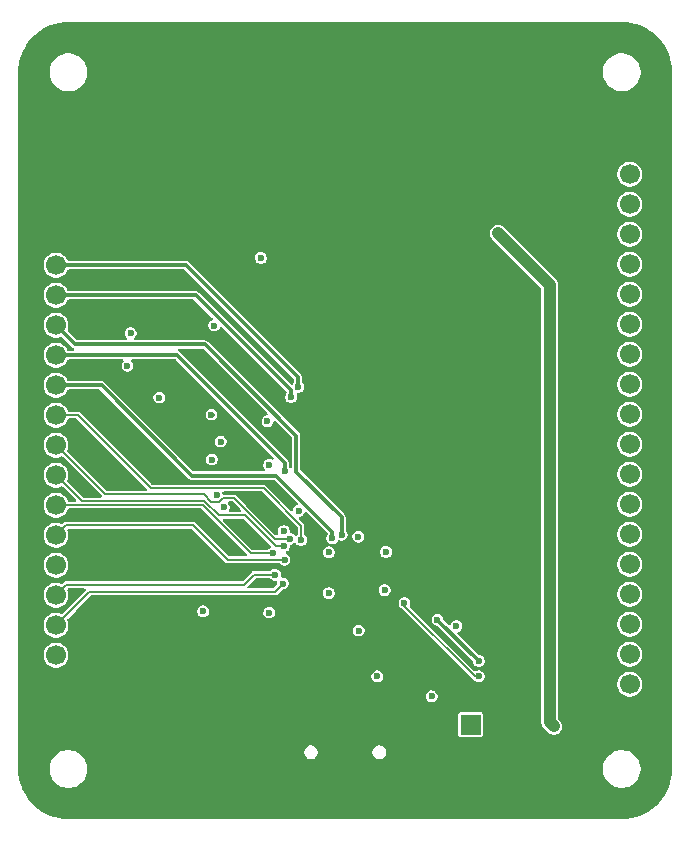
<source format=gbr>
%TF.GenerationSoftware,KiCad,Pcbnew,9.0.6*%
%TF.CreationDate,2025-11-29T10:37:21+02:00*%
%TF.ProjectId,laserboard,6c617365-7262-46f6-9172-642e6b696361,rev?*%
%TF.SameCoordinates,Original*%
%TF.FileFunction,Copper,L4,Bot*%
%TF.FilePolarity,Positive*%
%FSLAX46Y46*%
G04 Gerber Fmt 4.6, Leading zero omitted, Abs format (unit mm)*
G04 Created by KiCad (PCBNEW 9.0.6) date 2025-11-29 10:37:21*
%MOMM*%
%LPD*%
G01*
G04 APERTURE LIST*
%TA.AperFunction,ComponentPad*%
%ADD10R,1.700000X1.700000*%
%TD*%
%TA.AperFunction,ComponentPad*%
%ADD11C,1.700000*%
%TD*%
%TA.AperFunction,ComponentPad*%
%ADD12C,0.600000*%
%TD*%
%TA.AperFunction,HeatsinkPad*%
%ADD13O,1.000000X2.100000*%
%TD*%
%TA.AperFunction,HeatsinkPad*%
%ADD14O,1.000000X1.800000*%
%TD*%
%TA.AperFunction,ViaPad*%
%ADD15C,0.600000*%
%TD*%
%TA.AperFunction,Conductor*%
%ADD16C,0.500000*%
%TD*%
%TA.AperFunction,Conductor*%
%ADD17C,0.150000*%
%TD*%
%TA.AperFunction,Conductor*%
%ADD18C,1.000000*%
%TD*%
%TA.AperFunction,Conductor*%
%ADD19C,0.300000*%
%TD*%
%TA.AperFunction,Conductor*%
%ADD20C,0.200000*%
%TD*%
G04 APERTURE END LIST*
D10*
%TO.P,J4,1,Pin_1*%
%TO.N,GND*%
X101800000Y-154300000D03*
D11*
%TO.P,J4,2,Pin_2*%
%TO.N,/Didital/GPIO29_ADC3*%
X101800000Y-151760000D03*
%TO.P,J4,3,Pin_3*%
%TO.N,/Didital/GPIO28_ADC2*%
X101800000Y-149220000D03*
%TO.P,J4,4,Pin_4*%
%TO.N,/Didital/GPIO27_ADC1*%
X101800000Y-146680000D03*
%TO.P,J4,5,Pin_5*%
%TO.N,/Didital/GPIO26_ADC0*%
X101800000Y-144140000D03*
%TO.P,J4,6,Pin_6*%
%TO.N,/Didital/GPIO25*%
X101800000Y-141600000D03*
%TO.P,J4,7,Pin_7*%
%TO.N,/Didital/GPIO24*%
X101800000Y-139060000D03*
%TO.P,J4,8,Pin_8*%
%TO.N,/Didital/GPIO23*%
X101800000Y-136520000D03*
%TO.P,J4,9,Pin_9*%
%TO.N,/Didital/GPIO22*%
X101800000Y-133980000D03*
%TO.P,J4,10,Pin_10*%
%TO.N,/Didital/GPIO21*%
X101800000Y-131440000D03*
%TO.P,J4,11,Pin_11*%
%TO.N,/Didital/GPIO20*%
X101800000Y-128900000D03*
%TO.P,J4,12,Pin_12*%
%TO.N,/Didital/GPIO16*%
X101800000Y-126360000D03*
%TO.P,J4,13,Pin_13*%
%TO.N,/Didital/RUN*%
X101800000Y-123820000D03*
%TO.P,J4,14,Pin_14*%
%TO.N,/Didital/SWD*%
X101800000Y-121280000D03*
%TO.P,J4,15,Pin_15*%
%TO.N,/Didital/SWCLK*%
X101800000Y-118740000D03*
%TO.P,J4,16,Pin_16*%
%TO.N,GND*%
X101800000Y-116200000D03*
%TO.P,J4,17,Pin_17*%
X101800000Y-113660000D03*
%TO.P,J4,18,Pin_18*%
X101800000Y-111120000D03*
%TO.P,J4,19,Pin_19*%
X101800000Y-108580000D03*
%TD*%
D12*
%TO.P,U7,57,GND*%
%TO.N,GND*%
X128637500Y-145300000D03*
X128637500Y-144025000D03*
X128637500Y-142750000D03*
X127362500Y-145300000D03*
X127362500Y-144025000D03*
X127362500Y-142750000D03*
X126087500Y-145300000D03*
X126087500Y-144025000D03*
X126087500Y-142750000D03*
%TD*%
D13*
%TO.P,J2,S1,SHIELD*%
%TO.N,GND*%
X121960000Y-159370000D03*
D14*
X121960000Y-163550000D03*
D13*
X130600000Y-159370000D03*
D14*
X130600000Y-163550000D03*
%TD*%
D10*
%TO.P,J1,1,Pin_1*%
%TO.N,/Didital/~{USB_BOOT}*%
X136900000Y-157650000D03*
D11*
%TO.P,J1,2,Pin_2*%
%TO.N,GND*%
X134360000Y-157650000D03*
%TD*%
D10*
%TO.P,J3,1,Pin_1*%
%TO.N,GND*%
X150370000Y-108510000D03*
D11*
%TO.P,J3,2,Pin_2*%
%TO.N,/Didital/GPIO15*%
X150370000Y-111050000D03*
%TO.P,J3,3,Pin_3*%
%TO.N,/Didital/GPIO14*%
X150370000Y-113590000D03*
%TO.P,J3,4,Pin_4*%
%TO.N,/Didital/GPIO13*%
X150370000Y-116130000D03*
%TO.P,J3,5,Pin_5*%
%TO.N,/Didital/GPIO12*%
X150370000Y-118670000D03*
%TO.P,J3,6,Pin_6*%
%TO.N,/Didital/GPIO11*%
X150370000Y-121210000D03*
%TO.P,J3,7,Pin_7*%
%TO.N,/Didital/GPIO10*%
X150370000Y-123750000D03*
%TO.P,J3,8,Pin_8*%
%TO.N,/Didital/GPIO9*%
X150370000Y-126290000D03*
%TO.P,J3,9,Pin_9*%
%TO.N,/Didital/GPIO8*%
X150370000Y-128830000D03*
%TO.P,J3,10,Pin_10*%
%TO.N,/Didital/GPIO7*%
X150370000Y-131370000D03*
%TO.P,J3,11,Pin_11*%
%TO.N,/Didital/GPIO6*%
X150370000Y-133910000D03*
%TO.P,J3,12,Pin_12*%
%TO.N,/Didital/GPIO5*%
X150370000Y-136450000D03*
%TO.P,J3,13,Pin_13*%
%TO.N,/Didital/GPIO4*%
X150370000Y-138990000D03*
%TO.P,J3,14,Pin_14*%
%TO.N,/Didital/GPIO3*%
X150370000Y-141530000D03*
%TO.P,J3,15,Pin_15*%
%TO.N,/Didital/GPIO2*%
X150370000Y-144070000D03*
%TO.P,J3,16,Pin_16*%
%TO.N,/Didital/GPIO1*%
X150370000Y-146610000D03*
%TO.P,J3,17,Pin_17*%
%TO.N,/Didital/GPIO0*%
X150370000Y-149150000D03*
%TO.P,J3,18,Pin_18*%
%TO.N,+3V3*%
X150370000Y-151690000D03*
%TO.P,J3,19,Pin_19*%
%TO.N,+5V*%
X150370000Y-154230000D03*
%TD*%
D15*
%TO.N,/RX frontend/Vref_Filter*%
X119700000Y-131950000D03*
X110550000Y-129950000D03*
X115400000Y-138200000D03*
X115000000Y-135200000D03*
X115190000Y-123850000D03*
X114962500Y-131387500D03*
%TO.N,GND*%
X130100000Y-132050000D03*
X120800000Y-147650000D03*
X108600000Y-106850000D03*
X152800000Y-121850000D03*
X137475000Y-149700000D03*
X131900000Y-155000000D03*
X133200000Y-148000000D03*
X116400000Y-145100000D03*
X134060000Y-114440000D03*
X125100000Y-135350000D03*
X110800000Y-132450000D03*
X128950000Y-152550000D03*
X147800000Y-111200000D03*
X107950000Y-129175000D03*
X108500000Y-164000000D03*
X134360000Y-117740000D03*
X119450000Y-128425000D03*
X120850000Y-124650000D03*
X112558930Y-134841072D03*
X136350000Y-142750000D03*
X153350000Y-147350000D03*
X153350000Y-152400000D03*
X119450000Y-139350000D03*
X116100000Y-142050000D03*
X108500000Y-142250000D03*
X107650000Y-115200000D03*
X123600000Y-150700000D03*
X138460000Y-121240000D03*
X143450000Y-102750000D03*
X132660000Y-124040000D03*
X122425000Y-116925000D03*
X127650000Y-152600000D03*
X144900000Y-147150000D03*
X107000000Y-117950000D03*
X131560000Y-119940000D03*
X104150000Y-142650000D03*
X125600000Y-136240000D03*
X144800000Y-121200000D03*
X147450000Y-156450000D03*
X133100000Y-132750000D03*
X153050000Y-141250000D03*
X116400000Y-164100000D03*
X122200000Y-127200000D03*
X152700000Y-134150000D03*
X99700000Y-137650000D03*
X108450000Y-158400000D03*
X131560000Y-117840000D03*
X138260000Y-123540000D03*
X144900000Y-143300000D03*
X153350000Y-156100000D03*
X144850000Y-138100000D03*
X126500000Y-136240000D03*
X137960000Y-118140000D03*
X120450000Y-132500000D03*
X141650000Y-147100000D03*
X130000000Y-135350000D03*
X123850000Y-155750000D03*
X119250000Y-112600000D03*
X135000000Y-127950000D03*
X134900000Y-132350000D03*
X119300000Y-142250000D03*
X105850000Y-135650000D03*
X122600000Y-120350000D03*
X136900000Y-125350000D03*
X138900000Y-147350000D03*
X144200000Y-115500000D03*
X127650000Y-154550000D03*
X133100000Y-126150000D03*
X108600000Y-102950000D03*
X140750000Y-153700000D03*
X143450000Y-106200000D03*
X125000000Y-131950000D03*
X147900000Y-147900000D03*
X133100000Y-128050000D03*
X110000000Y-136500000D03*
X144850000Y-130900000D03*
X106450000Y-122350000D03*
X131700000Y-135450000D03*
X116958927Y-139341072D03*
X99350000Y-126100000D03*
X135000000Y-126150000D03*
X119500000Y-145700000D03*
X112300000Y-112400000D03*
X142087500Y-135550000D03*
X145150000Y-153700000D03*
X138802500Y-138750000D03*
X114700000Y-143400000D03*
X108700000Y-133000000D03*
X120400000Y-130350000D03*
X99500000Y-145750000D03*
X105950000Y-144450000D03*
X121800000Y-151800000D03*
X107050000Y-139950000D03*
X105350000Y-156500000D03*
%TO.N,+3V3*%
X129750000Y-143025000D03*
X115750000Y-133675000D03*
X122350000Y-139550000D03*
X116000000Y-139241072D03*
X133610000Y-155250000D03*
X127400000Y-141725000D03*
X124911500Y-143050000D03*
X107850000Y-127250000D03*
X119850000Y-148150000D03*
X127425000Y-149675000D03*
X129625000Y-146250000D03*
X119150000Y-118125000D03*
X121100000Y-141250000D03*
X135700000Y-149300000D03*
X119850000Y-135650000D03*
X114250000Y-148050000D03*
X108125000Y-124500000D03*
X129000000Y-153550000D03*
X124900000Y-146500000D03*
%TO.N,+5V*%
X143950000Y-157800000D03*
X139250000Y-116040000D03*
%TO.N,/Didital/RUN*%
X125982891Y-141574000D03*
%TO.N,/Didital/GPIO16*%
X121150000Y-136150000D03*
%TO.N,/Didital/SWD*%
X121700000Y-129900000D03*
%TO.N,/Didital/GPIO28_ADC2*%
X121000000Y-145700000D03*
%TO.N,/Didital/GPIO23*%
X121100000Y-142525000D03*
%TO.N,/Didital/GPIO24*%
X120200000Y-143100000D03*
%TO.N,/Didital/GPIO25*%
X121150000Y-143675000D03*
%TO.N,/Didital/GPIO21*%
X122550000Y-142000000D03*
%TO.N,/Didital/GPIO22*%
X121600000Y-141900000D03*
%TO.N,/Didital/GPIO20*%
X125200000Y-141850000D03*
%TO.N,/Didital/SWCLK*%
X122300000Y-129050000D03*
%TO.N,/Didital/GPIO27_ADC1*%
X120350000Y-144950000D03*
%TO.N,/Didital/QSPI_SS*%
X131300000Y-147350000D03*
X137600000Y-153550000D03*
%TO.N,/Didital/QSPI_SD1*%
X137600000Y-152250000D03*
X134100000Y-148750000D03*
%TD*%
D16*
%TO.N,/RX frontend/Vref_Filter*%
X115000000Y-131425000D02*
X114962500Y-131387500D01*
D17*
%TO.N,GND*%
X101900000Y-116300000D02*
X101800000Y-116200000D01*
D18*
%TO.N,+5V*%
X143600000Y-120390000D02*
X139250000Y-116040000D01*
X143600000Y-157450000D02*
X143600000Y-120390000D01*
X143950000Y-157800000D02*
X143600000Y-157450000D01*
D19*
%TO.N,/Didital/RUN*%
X114400000Y-125450000D02*
X103430000Y-125450000D01*
X103430000Y-125450000D02*
X101800000Y-123820000D01*
X122150000Y-133200000D02*
X114400000Y-125450000D01*
X125982891Y-141574000D02*
X125982891Y-140094797D01*
X122150000Y-136261906D02*
X122150000Y-133200000D01*
X125982891Y-140094797D02*
X122150000Y-136261906D01*
%TO.N,/Didital/GPIO16*%
X106690000Y-126360000D02*
X101800000Y-126360000D01*
X112050000Y-126350000D02*
X106700000Y-126350000D01*
X121150000Y-135450000D02*
X112050000Y-126350000D01*
X121150000Y-136150000D02*
X121150000Y-135450000D01*
X106700000Y-126350000D02*
X106690000Y-126360000D01*
%TO.N,/Didital/SWD*%
X121700000Y-129345412D02*
X113634588Y-121280000D01*
X121700000Y-129900000D02*
X121700000Y-129345412D01*
X113634588Y-121280000D02*
X101800000Y-121280000D01*
D20*
%TO.N,/Didital/GPIO28_ADC2*%
X120349943Y-146400000D02*
X104620000Y-146400000D01*
X121000000Y-145749943D02*
X120349943Y-146400000D01*
X104620000Y-146400000D02*
X101800000Y-149220000D01*
X121000000Y-145700000D02*
X121000000Y-145749943D01*
D17*
%TO.N,/Didital/GPIO23*%
X103989000Y-138709000D02*
X101800000Y-136520000D01*
X115567072Y-139917072D02*
X114359000Y-138709000D01*
X117781660Y-139917072D02*
X115567072Y-139917072D01*
X114359000Y-138709000D02*
X103989000Y-138709000D01*
X121100000Y-142525000D02*
X120389588Y-142525000D01*
X120389588Y-142525000D02*
X117781660Y-139917072D01*
%TO.N,/Didital/GPIO24*%
X120150000Y-143150000D02*
X118300000Y-143150000D01*
X118300000Y-143150000D02*
X114210000Y-139060000D01*
X120200000Y-143100000D02*
X120150000Y-143150000D01*
X114210000Y-139060000D02*
X101800000Y-139060000D01*
D20*
%TO.N,/Didital/GPIO25*%
X116325000Y-143675000D02*
X113400000Y-140750000D01*
X113400000Y-140750000D02*
X102650000Y-140750000D01*
D17*
X121150000Y-143675000D02*
X116325000Y-143675000D01*
D20*
X102650000Y-140750000D02*
X101800000Y-141600000D01*
D17*
%TO.N,/Didital/GPIO21*%
X103640000Y-131440000D02*
X101800000Y-131440000D01*
X119374000Y-137624000D02*
X109824000Y-137624000D01*
X122550000Y-142000000D02*
X122550000Y-140800000D01*
X122550000Y-140800000D02*
X119374000Y-137624000D01*
X109824000Y-137624000D02*
X103640000Y-131440000D01*
%TO.N,/Didital/GPIO22*%
X117650000Y-139250000D02*
X117650000Y-139217557D01*
X121600000Y-141900000D02*
X120300000Y-141900000D01*
X117650000Y-139217557D02*
X116882443Y-138450000D01*
X115638588Y-138776000D02*
X114922389Y-138776000D01*
X116882443Y-138450000D02*
X115964588Y-138450000D01*
X114296389Y-138150000D02*
X105970000Y-138150000D01*
X115964588Y-138450000D02*
X115638588Y-138776000D01*
X120300000Y-141900000D02*
X117650000Y-139250000D01*
X114922389Y-138776000D02*
X114296389Y-138150000D01*
X105970000Y-138150000D02*
X101800000Y-133980000D01*
D19*
%TO.N,/Didital/GPIO20*%
X120450000Y-136550000D02*
X113310412Y-136550000D01*
X125200000Y-141300000D02*
X120450000Y-136550000D01*
X125200000Y-141850000D02*
X125200000Y-141300000D01*
X105660412Y-128900000D02*
X101800000Y-128900000D01*
X113310412Y-136550000D02*
X105660412Y-128900000D01*
%TO.N,/Didital/SWCLK*%
X122300000Y-129050000D02*
X122300000Y-128235412D01*
X112804588Y-118740000D02*
X101800000Y-118740000D01*
X122300000Y-128235412D02*
X112804588Y-118740000D01*
D20*
%TO.N,/Didital/GPIO27_ADC1*%
X120350000Y-144950000D02*
X118550000Y-144950000D01*
X117700000Y-145800000D02*
X102680000Y-145800000D01*
X118550000Y-144950000D02*
X117700000Y-145800000D01*
X102680000Y-145800000D02*
X101800000Y-146680000D01*
%TO.N,/Didital/QSPI_SS*%
X137250057Y-153550000D02*
X131300000Y-147599943D01*
X131300000Y-147599943D02*
X131300000Y-147350000D01*
X137600000Y-153550000D02*
X137250057Y-153550000D01*
D19*
%TO.N,/Didital/QSPI_SD1*%
X134100000Y-148750000D02*
X137600000Y-152250000D01*
%TD*%
%TA.AperFunction,Conductor*%
%TO.N,GND*%
G36*
X119958363Y-145270185D02*
G01*
X119979005Y-145286819D01*
X120042686Y-145350500D01*
X120156814Y-145416392D01*
X120284108Y-145450500D01*
X120284110Y-145450500D01*
X120387098Y-145450500D01*
X120454137Y-145470185D01*
X120499892Y-145522989D01*
X120510890Y-145581687D01*
X120510155Y-145594341D01*
X120499500Y-145634108D01*
X120499500Y-145765892D01*
X120500071Y-145768026D01*
X120499302Y-145781285D01*
X120491227Y-145803852D01*
X120487418Y-145827507D01*
X120477995Y-145840836D01*
X120475765Y-145847071D01*
X120470991Y-145850745D01*
X120463191Y-145861779D01*
X120261789Y-146063182D01*
X120200469Y-146096666D01*
X120174110Y-146099500D01*
X118124833Y-146099500D01*
X118057794Y-146079815D01*
X118012039Y-146027011D01*
X118002095Y-145957853D01*
X118031120Y-145894297D01*
X118037152Y-145887819D01*
X118638152Y-145286819D01*
X118699475Y-145253334D01*
X118725833Y-145250500D01*
X119891324Y-145250500D01*
X119958363Y-145270185D01*
G37*
%TD.AperFunction*%
%TA.AperFunction,Conductor*%
G36*
X117683222Y-140212257D02*
G01*
X117703864Y-140228891D01*
X119957062Y-142482090D01*
X119990547Y-142543413D01*
X119985563Y-142613105D01*
X119943691Y-142669038D01*
X119931384Y-142677157D01*
X119892686Y-142699500D01*
X119892683Y-142699502D01*
X119799501Y-142792684D01*
X119799497Y-142792689D01*
X119788060Y-142812500D01*
X119737493Y-142860716D01*
X119680673Y-142874500D01*
X118465478Y-142874500D01*
X118398439Y-142854815D01*
X118377797Y-142838181D01*
X117162521Y-141622905D01*
X115943867Y-140404252D01*
X115910383Y-140342930D01*
X115915367Y-140273238D01*
X115957239Y-140217305D01*
X116022703Y-140192888D01*
X116031549Y-140192572D01*
X117616183Y-140192572D01*
X117683222Y-140212257D01*
G37*
%TD.AperFunction*%
%TA.AperFunction,Conductor*%
G36*
X119275562Y-137919185D02*
G01*
X119296204Y-137935819D01*
X122238181Y-140877796D01*
X122271666Y-140939119D01*
X122274500Y-140965477D01*
X122274500Y-141516324D01*
X122265854Y-141545766D01*
X122259331Y-141575753D01*
X122255577Y-141580767D01*
X122254815Y-141583363D01*
X122238184Y-141604001D01*
X122219281Y-141622905D01*
X122205907Y-141636279D01*
X122144583Y-141669763D01*
X122074892Y-141664777D01*
X122018959Y-141622905D01*
X122010845Y-141610604D01*
X122000500Y-141592686D01*
X121907314Y-141499500D01*
X121793186Y-141433608D01*
X121724194Y-141415121D01*
X121692406Y-141406604D01*
X121632746Y-141370238D01*
X121602217Y-141307391D01*
X121600500Y-141286829D01*
X121600500Y-141184110D01*
X121600500Y-141184108D01*
X121566392Y-141056814D01*
X121562969Y-141050886D01*
X121554730Y-141036615D01*
X121500500Y-140942686D01*
X121407314Y-140849500D01*
X121350250Y-140816554D01*
X121293187Y-140783608D01*
X121229539Y-140766554D01*
X121165892Y-140749500D01*
X121034108Y-140749500D01*
X120906812Y-140783608D01*
X120792686Y-140849500D01*
X120792683Y-140849502D01*
X120699502Y-140942683D01*
X120699500Y-140942686D01*
X120633608Y-141056812D01*
X120607974Y-141152483D01*
X120599500Y-141184108D01*
X120599500Y-141315892D01*
X120629146Y-141426535D01*
X120633609Y-141443188D01*
X120635738Y-141448330D01*
X120636309Y-141448989D01*
X120636467Y-141450089D01*
X120636720Y-141450700D01*
X120636564Y-141450764D01*
X120640473Y-141477951D01*
X120647375Y-141506397D01*
X120645388Y-141512136D01*
X120646253Y-141518147D01*
X120634095Y-141544768D01*
X120624524Y-141572425D01*
X120619750Y-141576178D01*
X120617228Y-141581703D01*
X120592609Y-141597524D01*
X120569604Y-141615617D01*
X120562251Y-141617034D01*
X120558450Y-141619477D01*
X120523515Y-141624500D01*
X120465477Y-141624500D01*
X120398438Y-141604815D01*
X120377796Y-141588181D01*
X117923940Y-139134325D01*
X117897059Y-139094095D01*
X117896800Y-139093469D01*
X117883558Y-139061499D01*
X117038501Y-138216443D01*
X117038499Y-138216442D01*
X116937243Y-138174500D01*
X116019388Y-138174500D01*
X116006471Y-138174500D01*
X115979749Y-138166653D01*
X115952287Y-138162035D01*
X115946688Y-138156945D01*
X115939432Y-138154815D01*
X115921199Y-138133774D01*
X115900588Y-138115036D01*
X115896314Y-138105054D01*
X115893677Y-138102011D01*
X115886696Y-138082591D01*
X115879462Y-138055591D01*
X115881126Y-137985741D01*
X115920289Y-137927879D01*
X115984519Y-137900377D01*
X115999237Y-137899500D01*
X119208523Y-137899500D01*
X119275562Y-137919185D01*
G37*
%TD.AperFunction*%
%TA.AperFunction,Conductor*%
G36*
X116784005Y-138745185D02*
G01*
X116804647Y-138761819D01*
X117376061Y-139333234D01*
X117380567Y-139339952D01*
X117384660Y-139342773D01*
X117402775Y-139373063D01*
X117402839Y-139373216D01*
X117402925Y-139373647D01*
X117403005Y-139373615D01*
X117403005Y-139373616D01*
X117416443Y-139406058D01*
X117416444Y-139406059D01*
X117440276Y-139429891D01*
X117473761Y-139491214D01*
X117468777Y-139560906D01*
X117426905Y-139616839D01*
X117361441Y-139641256D01*
X117352595Y-139641572D01*
X116561474Y-139641572D01*
X116494435Y-139621887D01*
X116448680Y-139569083D01*
X116438736Y-139499925D01*
X116454087Y-139455572D01*
X116466390Y-139434261D01*
X116466392Y-139434258D01*
X116500500Y-139306964D01*
X116500500Y-139175180D01*
X116466392Y-139047886D01*
X116400500Y-138933758D01*
X116400495Y-138933753D01*
X116395553Y-138927312D01*
X116397653Y-138925699D01*
X116393310Y-138917744D01*
X116378810Y-138901011D01*
X116376893Y-138887679D01*
X116370438Y-138875858D01*
X116372017Y-138853771D01*
X116368866Y-138831853D01*
X116374461Y-138819601D01*
X116375422Y-138806166D01*
X116388692Y-138788439D01*
X116397891Y-138768297D01*
X116409222Y-138761014D01*
X116417294Y-138750233D01*
X116438039Y-138742495D01*
X116456669Y-138730523D01*
X116478587Y-138727371D01*
X116482758Y-138725816D01*
X116491604Y-138725500D01*
X116716966Y-138725500D01*
X116784005Y-138745185D01*
G37*
%TD.AperFunction*%
%TA.AperFunction,Conductor*%
G36*
X114270495Y-125820185D02*
G01*
X114291137Y-125836819D01*
X119694953Y-131240635D01*
X119728438Y-131301958D01*
X119723454Y-131371650D01*
X119681582Y-131427583D01*
X119639366Y-131448091D01*
X119634108Y-131449500D01*
X119506814Y-131483608D01*
X119506812Y-131483608D01*
X119506812Y-131483609D01*
X119392686Y-131549500D01*
X119392683Y-131549502D01*
X119299502Y-131642683D01*
X119299500Y-131642686D01*
X119233608Y-131756812D01*
X119199500Y-131884108D01*
X119199500Y-132015891D01*
X119233608Y-132143187D01*
X119258312Y-132185975D01*
X119299500Y-132257314D01*
X119392686Y-132350500D01*
X119506814Y-132416392D01*
X119634108Y-132450500D01*
X119634110Y-132450500D01*
X119765890Y-132450500D01*
X119765892Y-132450500D01*
X119893186Y-132416392D01*
X120007314Y-132350500D01*
X120100500Y-132257314D01*
X120166392Y-132143186D01*
X120200500Y-132015892D01*
X120200500Y-132015888D01*
X120201908Y-132010634D01*
X120238273Y-131950974D01*
X120301119Y-131920444D01*
X120370495Y-131928738D01*
X120409364Y-131955046D01*
X121763181Y-133308863D01*
X121796666Y-133370186D01*
X121799500Y-133396544D01*
X121799500Y-135811192D01*
X121790654Y-135841316D01*
X121783608Y-135871926D01*
X121780886Y-135874583D01*
X121779815Y-135878231D01*
X121756091Y-135898787D01*
X121733611Y-135920733D01*
X121729883Y-135921496D01*
X121727011Y-135923986D01*
X121695930Y-135928454D01*
X121665164Y-135934760D01*
X121661618Y-135933388D01*
X121657853Y-135933930D01*
X121629281Y-135920881D01*
X121599998Y-135909556D01*
X121597003Y-135906141D01*
X121594297Y-135904905D01*
X121575344Y-135884300D01*
X121571430Y-135878938D01*
X121550500Y-135842686D01*
X121530014Y-135822200D01*
X121524344Y-135814432D01*
X121515651Y-135790239D01*
X121503334Y-135767682D01*
X121501535Y-135750952D01*
X121500718Y-135748678D01*
X121501108Y-135746982D01*
X121500500Y-135741324D01*
X121500500Y-135403858D01*
X121500500Y-135403856D01*
X121476614Y-135314712D01*
X121471059Y-135305090D01*
X121430473Y-135234794D01*
X121430470Y-135234791D01*
X121430469Y-135234788D01*
X121365212Y-135169531D01*
X112265212Y-126069530D01*
X112200011Y-126031886D01*
X112151797Y-125981321D01*
X112138573Y-125912714D01*
X112164541Y-125847849D01*
X112221455Y-125807320D01*
X112262012Y-125800500D01*
X114203456Y-125800500D01*
X114270495Y-125820185D01*
G37*
%TD.AperFunction*%
%TA.AperFunction,Conductor*%
G36*
X149712856Y-98150631D02*
G01*
X150096378Y-98168362D01*
X150107768Y-98169418D01*
X150485176Y-98222064D01*
X150496420Y-98224166D01*
X150867361Y-98311410D01*
X150878351Y-98314537D01*
X151239679Y-98435642D01*
X151250333Y-98439770D01*
X151598922Y-98593687D01*
X151609170Y-98598790D01*
X151942061Y-98784210D01*
X151951799Y-98790239D01*
X152263421Y-99003704D01*
X152266172Y-99005588D01*
X152275312Y-99012491D01*
X152568459Y-99255918D01*
X152576923Y-99263634D01*
X152846365Y-99533076D01*
X152854081Y-99541540D01*
X153097508Y-99834687D01*
X153104411Y-99843827D01*
X153319760Y-100158200D01*
X153325789Y-100167938D01*
X153511209Y-100500829D01*
X153516314Y-100511082D01*
X153670224Y-100859653D01*
X153674362Y-100870333D01*
X153795458Y-101231635D01*
X153798592Y-101242651D01*
X153885831Y-101613571D01*
X153887936Y-101624830D01*
X153940580Y-102002224D01*
X153941637Y-102013628D01*
X153959368Y-102397142D01*
X153959500Y-102402869D01*
X153959500Y-161397128D01*
X153959368Y-161402855D01*
X153941636Y-161786370D01*
X153940579Y-161797774D01*
X153887935Y-162175169D01*
X153885830Y-162186428D01*
X153798591Y-162557347D01*
X153795457Y-162568363D01*
X153674361Y-162929665D01*
X153670223Y-162940345D01*
X153516313Y-163288917D01*
X153511208Y-163299170D01*
X153325789Y-163632060D01*
X153319760Y-163641798D01*
X153104410Y-163956171D01*
X153097507Y-163965311D01*
X152854080Y-164258459D01*
X152846364Y-164266923D01*
X152576923Y-164536364D01*
X152568459Y-164544080D01*
X152275311Y-164787507D01*
X152266171Y-164794410D01*
X151951798Y-165009760D01*
X151942060Y-165015789D01*
X151609170Y-165201208D01*
X151598917Y-165206313D01*
X151250345Y-165360223D01*
X151239665Y-165364361D01*
X150878363Y-165485457D01*
X150867347Y-165488591D01*
X150496428Y-165575830D01*
X150485169Y-165577935D01*
X150107774Y-165630579D01*
X150096370Y-165631636D01*
X149712855Y-165649368D01*
X149707128Y-165649500D01*
X102852849Y-165649500D01*
X102847122Y-165649368D01*
X102463628Y-165631637D01*
X102452224Y-165630580D01*
X102074830Y-165577936D01*
X102063571Y-165575831D01*
X101692651Y-165488592D01*
X101681635Y-165485458D01*
X101320333Y-165364362D01*
X101309653Y-165360224D01*
X100961082Y-165206314D01*
X100950829Y-165201209D01*
X100617938Y-165015789D01*
X100608200Y-165009760D01*
X100293827Y-164794411D01*
X100284687Y-164787508D01*
X99991540Y-164544081D01*
X99983076Y-164536365D01*
X99713634Y-164266923D01*
X99705918Y-164258459D01*
X99565990Y-164089951D01*
X99462489Y-163965309D01*
X99455588Y-163956172D01*
X99455587Y-163956171D01*
X99347913Y-163798985D01*
X99240239Y-163641799D01*
X99234210Y-163632061D01*
X99054951Y-163310231D01*
X99048788Y-163299166D01*
X99043685Y-163288917D01*
X98916336Y-163000500D01*
X98889770Y-162940333D01*
X98885642Y-162929679D01*
X98764537Y-162568351D01*
X98761410Y-162557361D01*
X98674166Y-162186420D01*
X98672063Y-162175169D01*
X98654603Y-162050004D01*
X98619418Y-161797768D01*
X98618362Y-161786371D01*
X98617826Y-161774785D01*
X98600631Y-161402855D01*
X98600499Y-161397129D01*
X98600499Y-161274038D01*
X101249500Y-161274038D01*
X101249500Y-161525961D01*
X101288910Y-161774785D01*
X101366760Y-162014383D01*
X101445413Y-162168747D01*
X101448685Y-162175169D01*
X101481132Y-162238848D01*
X101629201Y-162442649D01*
X101629205Y-162442654D01*
X101807345Y-162620794D01*
X101807350Y-162620798D01*
X101985117Y-162749952D01*
X102011155Y-162768870D01*
X102154184Y-162841747D01*
X102235616Y-162883239D01*
X102235618Y-162883239D01*
X102235621Y-162883241D01*
X102475215Y-162961090D01*
X102724038Y-163000500D01*
X102724039Y-163000500D01*
X102975961Y-163000500D01*
X102975962Y-163000500D01*
X103224785Y-162961090D01*
X103464379Y-162883241D01*
X103688845Y-162768870D01*
X103892656Y-162620793D01*
X104070793Y-162442656D01*
X104218870Y-162238845D01*
X104333241Y-162014379D01*
X104411090Y-161774785D01*
X104450500Y-161525962D01*
X104450500Y-161274038D01*
X148109500Y-161274038D01*
X148109500Y-161525961D01*
X148148910Y-161774785D01*
X148226760Y-162014383D01*
X148305413Y-162168747D01*
X148308685Y-162175169D01*
X148341132Y-162238848D01*
X148489201Y-162442649D01*
X148489205Y-162442654D01*
X148667345Y-162620794D01*
X148667350Y-162620798D01*
X148845117Y-162749952D01*
X148871155Y-162768870D01*
X149014184Y-162841747D01*
X149095616Y-162883239D01*
X149095618Y-162883239D01*
X149095621Y-162883241D01*
X149335215Y-162961090D01*
X149584038Y-163000500D01*
X149584039Y-163000500D01*
X149835961Y-163000500D01*
X149835962Y-163000500D01*
X150084785Y-162961090D01*
X150324379Y-162883241D01*
X150548845Y-162768870D01*
X150752656Y-162620793D01*
X150930793Y-162442656D01*
X151078870Y-162238845D01*
X151193241Y-162014379D01*
X151271090Y-161774785D01*
X151310500Y-161525962D01*
X151310500Y-161274038D01*
X151271090Y-161025215D01*
X151193241Y-160785621D01*
X151193239Y-160785618D01*
X151193239Y-160785616D01*
X151151747Y-160704184D01*
X151078870Y-160561155D01*
X151042634Y-160511280D01*
X150930798Y-160357350D01*
X150930794Y-160357345D01*
X150752654Y-160179205D01*
X150752649Y-160179201D01*
X150548848Y-160031132D01*
X150548847Y-160031131D01*
X150548845Y-160031130D01*
X150478747Y-159995413D01*
X150324383Y-159916760D01*
X150084785Y-159838910D01*
X149835962Y-159799500D01*
X149584038Y-159799500D01*
X149459626Y-159819205D01*
X149335214Y-159838910D01*
X149095616Y-159916760D01*
X148871151Y-160031132D01*
X148667350Y-160179201D01*
X148667345Y-160179205D01*
X148489205Y-160357345D01*
X148489201Y-160357350D01*
X148341132Y-160561151D01*
X148226760Y-160785616D01*
X148148910Y-161025214D01*
X148109500Y-161274038D01*
X104450500Y-161274038D01*
X104411090Y-161025215D01*
X104333241Y-160785621D01*
X104333239Y-160785618D01*
X104333239Y-160785616D01*
X104291747Y-160704184D01*
X104218870Y-160561155D01*
X104182634Y-160511280D01*
X104070798Y-160357350D01*
X104070794Y-160357345D01*
X103892654Y-160179205D01*
X103892649Y-160179201D01*
X103688848Y-160031132D01*
X103688847Y-160031131D01*
X103688845Y-160031130D01*
X103607053Y-159989455D01*
X103464383Y-159916760D01*
X103410443Y-159899234D01*
X122814500Y-159899234D01*
X122814500Y-160050765D01*
X122853719Y-160197136D01*
X122891602Y-160262750D01*
X122929485Y-160328365D01*
X123036635Y-160435515D01*
X123167865Y-160511281D01*
X123314234Y-160550500D01*
X123314236Y-160550500D01*
X123465764Y-160550500D01*
X123465766Y-160550500D01*
X123612135Y-160511281D01*
X123743365Y-160435515D01*
X123850515Y-160328365D01*
X123926281Y-160197135D01*
X123965500Y-160050766D01*
X123965500Y-159899234D01*
X128594500Y-159899234D01*
X128594500Y-160050765D01*
X128633719Y-160197136D01*
X128671602Y-160262750D01*
X128709485Y-160328365D01*
X128816635Y-160435515D01*
X128947865Y-160511281D01*
X129094234Y-160550500D01*
X129094236Y-160550500D01*
X129245764Y-160550500D01*
X129245766Y-160550500D01*
X129392135Y-160511281D01*
X129523365Y-160435515D01*
X129630515Y-160328365D01*
X129706281Y-160197135D01*
X129745500Y-160050766D01*
X129745500Y-159899234D01*
X129706281Y-159752865D01*
X129630515Y-159621635D01*
X129523365Y-159514485D01*
X129457750Y-159476602D01*
X129392136Y-159438719D01*
X129318950Y-159419109D01*
X129245766Y-159399500D01*
X129094234Y-159399500D01*
X128947863Y-159438719D01*
X128816635Y-159514485D01*
X128816632Y-159514487D01*
X128709487Y-159621632D01*
X128709485Y-159621635D01*
X128633719Y-159752863D01*
X128594500Y-159899234D01*
X123965500Y-159899234D01*
X123926281Y-159752865D01*
X123850515Y-159621635D01*
X123743365Y-159514485D01*
X123677750Y-159476602D01*
X123612136Y-159438719D01*
X123538950Y-159419109D01*
X123465766Y-159399500D01*
X123314234Y-159399500D01*
X123167863Y-159438719D01*
X123036635Y-159514485D01*
X123036632Y-159514487D01*
X122929487Y-159621632D01*
X122929485Y-159621635D01*
X122853719Y-159752863D01*
X122814500Y-159899234D01*
X103410443Y-159899234D01*
X103224785Y-159838910D01*
X102975962Y-159799500D01*
X102724038Y-159799500D01*
X102599626Y-159819205D01*
X102475214Y-159838910D01*
X102235616Y-159916760D01*
X102011151Y-160031132D01*
X101807350Y-160179201D01*
X101807345Y-160179205D01*
X101629205Y-160357345D01*
X101629201Y-160357350D01*
X101481132Y-160561151D01*
X101366760Y-160785616D01*
X101288910Y-161025214D01*
X101249500Y-161274038D01*
X98600499Y-161274038D01*
X98600499Y-156780247D01*
X135849500Y-156780247D01*
X135849500Y-158519752D01*
X135861131Y-158578229D01*
X135861132Y-158578230D01*
X135905447Y-158644552D01*
X135971769Y-158688867D01*
X135971770Y-158688868D01*
X136030247Y-158700499D01*
X136030250Y-158700500D01*
X136030252Y-158700500D01*
X137769750Y-158700500D01*
X137769751Y-158700499D01*
X137784568Y-158697552D01*
X137828229Y-158688868D01*
X137828229Y-158688867D01*
X137828231Y-158688867D01*
X137894552Y-158644552D01*
X137938867Y-158578231D01*
X137938867Y-158578229D01*
X137938868Y-158578229D01*
X137950499Y-158519752D01*
X137950500Y-158519750D01*
X137950500Y-156780249D01*
X137950499Y-156780247D01*
X137938868Y-156721770D01*
X137938867Y-156721769D01*
X137894552Y-156655447D01*
X137828230Y-156611132D01*
X137828229Y-156611131D01*
X137769752Y-156599500D01*
X137769748Y-156599500D01*
X136030252Y-156599500D01*
X136030247Y-156599500D01*
X135971770Y-156611131D01*
X135971769Y-156611132D01*
X135905447Y-156655447D01*
X135861132Y-156721769D01*
X135861131Y-156721770D01*
X135849500Y-156780247D01*
X98600499Y-156780247D01*
X98600499Y-155184108D01*
X133109500Y-155184108D01*
X133109500Y-155315891D01*
X133143608Y-155443187D01*
X133176554Y-155500250D01*
X133209500Y-155557314D01*
X133302686Y-155650500D01*
X133416814Y-155716392D01*
X133544108Y-155750500D01*
X133544110Y-155750500D01*
X133675890Y-155750500D01*
X133675892Y-155750500D01*
X133803186Y-155716392D01*
X133917314Y-155650500D01*
X134010500Y-155557314D01*
X134076392Y-155443186D01*
X134110500Y-155315892D01*
X134110500Y-155184108D01*
X134076392Y-155056814D01*
X134010500Y-154942686D01*
X133917314Y-154849500D01*
X133860250Y-154816554D01*
X133803187Y-154783608D01*
X133739539Y-154766554D01*
X133675892Y-154749500D01*
X133544108Y-154749500D01*
X133416812Y-154783608D01*
X133302686Y-154849500D01*
X133302683Y-154849502D01*
X133209502Y-154942683D01*
X133209500Y-154942686D01*
X133143608Y-155056812D01*
X133109500Y-155184108D01*
X98600499Y-155184108D01*
X98600499Y-153484108D01*
X128499500Y-153484108D01*
X128499500Y-153615891D01*
X128533608Y-153743187D01*
X128560902Y-153790460D01*
X128599500Y-153857314D01*
X128692686Y-153950500D01*
X128806814Y-154016392D01*
X128934108Y-154050500D01*
X128934110Y-154050500D01*
X129065890Y-154050500D01*
X129065892Y-154050500D01*
X129193186Y-154016392D01*
X129307314Y-153950500D01*
X129400500Y-153857314D01*
X129466392Y-153743186D01*
X129500500Y-153615892D01*
X129500500Y-153484108D01*
X129466392Y-153356814D01*
X129400500Y-153242686D01*
X129307314Y-153149500D01*
X129225371Y-153102190D01*
X129193187Y-153083608D01*
X129129539Y-153066554D01*
X129065892Y-153049500D01*
X128934108Y-153049500D01*
X128806812Y-153083608D01*
X128692686Y-153149500D01*
X128692683Y-153149502D01*
X128599502Y-153242683D01*
X128599500Y-153242686D01*
X128533608Y-153356812D01*
X128499500Y-153484108D01*
X98600499Y-153484108D01*
X98600499Y-151656530D01*
X100749500Y-151656530D01*
X100749500Y-151863469D01*
X100789868Y-152066412D01*
X100789870Y-152066420D01*
X100869058Y-152257596D01*
X100984024Y-152429657D01*
X101130342Y-152575975D01*
X101130345Y-152575977D01*
X101302402Y-152690941D01*
X101493580Y-152770130D01*
X101696530Y-152810499D01*
X101696534Y-152810500D01*
X101696535Y-152810500D01*
X101903466Y-152810500D01*
X101903467Y-152810499D01*
X102106420Y-152770130D01*
X102297598Y-152690941D01*
X102469655Y-152575977D01*
X102615977Y-152429655D01*
X102730941Y-152257598D01*
X102810130Y-152066420D01*
X102850500Y-151863465D01*
X102850500Y-151656535D01*
X102810130Y-151453580D01*
X102730941Y-151262402D01*
X102615977Y-151090345D01*
X102615975Y-151090342D01*
X102469657Y-150944024D01*
X102364892Y-150874023D01*
X102297598Y-150829059D01*
X102106420Y-150749870D01*
X102106412Y-150749868D01*
X101903469Y-150709500D01*
X101903465Y-150709500D01*
X101696535Y-150709500D01*
X101696530Y-150709500D01*
X101493587Y-150749868D01*
X101493579Y-150749870D01*
X101302403Y-150829058D01*
X101130342Y-150944024D01*
X100984024Y-151090342D01*
X100869058Y-151262403D01*
X100789870Y-151453579D01*
X100789868Y-151453587D01*
X100749500Y-151656530D01*
X98600499Y-151656530D01*
X98600499Y-146576530D01*
X100749500Y-146576530D01*
X100749500Y-146783469D01*
X100789868Y-146986412D01*
X100789870Y-146986420D01*
X100869058Y-147177596D01*
X100984024Y-147349657D01*
X101130342Y-147495975D01*
X101130345Y-147495977D01*
X101302402Y-147610941D01*
X101493580Y-147690130D01*
X101696530Y-147730499D01*
X101696534Y-147730500D01*
X101696535Y-147730500D01*
X101903466Y-147730500D01*
X101903467Y-147730499D01*
X102106420Y-147690130D01*
X102297598Y-147610941D01*
X102469655Y-147495977D01*
X102615977Y-147349655D01*
X102730941Y-147177598D01*
X102810130Y-146986420D01*
X102850500Y-146783465D01*
X102850500Y-146576535D01*
X102810130Y-146373580D01*
X102768033Y-146271951D01*
X102760565Y-146202484D01*
X102791840Y-146140005D01*
X102851928Y-146104352D01*
X102882595Y-146100500D01*
X104195167Y-146100500D01*
X104262206Y-146120185D01*
X104307961Y-146172989D01*
X104317905Y-146242147D01*
X104288880Y-146305703D01*
X104282848Y-146312181D01*
X102362104Y-148232923D01*
X102300781Y-148266408D01*
X102231089Y-148261424D01*
X102226971Y-148259803D01*
X102106424Y-148209871D01*
X102106412Y-148209868D01*
X101903469Y-148169500D01*
X101903465Y-148169500D01*
X101696535Y-148169500D01*
X101696530Y-148169500D01*
X101493587Y-148209868D01*
X101493579Y-148209870D01*
X101302403Y-148289058D01*
X101130342Y-148404024D01*
X100984024Y-148550342D01*
X100869058Y-148722403D01*
X100789870Y-148913579D01*
X100789868Y-148913587D01*
X100749500Y-149116530D01*
X100749500Y-149323469D01*
X100789868Y-149526412D01*
X100789870Y-149526420D01*
X100824121Y-149609110D01*
X100869059Y-149717598D01*
X100901661Y-149766391D01*
X100984024Y-149889657D01*
X101130342Y-150035975D01*
X101130345Y-150035977D01*
X101302402Y-150150941D01*
X101493580Y-150230130D01*
X101696530Y-150270499D01*
X101696534Y-150270500D01*
X101696535Y-150270500D01*
X101903466Y-150270500D01*
X101903467Y-150270499D01*
X102106420Y-150230130D01*
X102297598Y-150150941D01*
X102469655Y-150035977D01*
X102615977Y-149889655D01*
X102730941Y-149717598D01*
X102775879Y-149609108D01*
X126924500Y-149609108D01*
X126924500Y-149740892D01*
X126931333Y-149766392D01*
X126958608Y-149868187D01*
X126971003Y-149889655D01*
X127024500Y-149982314D01*
X127117686Y-150075500D01*
X127231814Y-150141392D01*
X127359108Y-150175500D01*
X127359110Y-150175500D01*
X127490890Y-150175500D01*
X127490892Y-150175500D01*
X127618186Y-150141392D01*
X127732314Y-150075500D01*
X127825500Y-149982314D01*
X127891392Y-149868186D01*
X127925500Y-149740892D01*
X127925500Y-149609108D01*
X127891392Y-149481814D01*
X127825500Y-149367686D01*
X127732314Y-149274500D01*
X127662353Y-149234108D01*
X127618187Y-149208608D01*
X127498923Y-149176652D01*
X127490892Y-149174500D01*
X127359108Y-149174500D01*
X127231812Y-149208608D01*
X127117686Y-149274500D01*
X127117683Y-149274502D01*
X127024502Y-149367683D01*
X127024500Y-149367686D01*
X126958608Y-149481812D01*
X126946658Y-149526412D01*
X126924500Y-149609108D01*
X102775879Y-149609108D01*
X102810130Y-149526420D01*
X102850500Y-149323465D01*
X102850500Y-149116535D01*
X102810130Y-148913580D01*
X102760194Y-148793026D01*
X102752726Y-148723559D01*
X102784001Y-148661080D01*
X102787046Y-148657923D01*
X103460862Y-147984108D01*
X113749500Y-147984108D01*
X113749500Y-148115891D01*
X113783608Y-148243187D01*
X113797015Y-148266408D01*
X113849500Y-148357314D01*
X113942686Y-148450500D01*
X114056814Y-148516392D01*
X114184108Y-148550500D01*
X114184110Y-148550500D01*
X114315890Y-148550500D01*
X114315892Y-148550500D01*
X114443186Y-148516392D01*
X114557314Y-148450500D01*
X114650500Y-148357314D01*
X114716392Y-148243186D01*
X114750500Y-148115892D01*
X114750500Y-148084108D01*
X119349500Y-148084108D01*
X119349500Y-148215892D01*
X119356813Y-148243186D01*
X119383608Y-148343187D01*
X119391766Y-148357316D01*
X119449500Y-148457314D01*
X119542686Y-148550500D01*
X119656814Y-148616392D01*
X119784108Y-148650500D01*
X119784110Y-148650500D01*
X119915890Y-148650500D01*
X119915892Y-148650500D01*
X120043186Y-148616392D01*
X120157314Y-148550500D01*
X120250500Y-148457314D01*
X120316392Y-148343186D01*
X120350500Y-148215892D01*
X120350500Y-148084108D01*
X120316392Y-147956814D01*
X120250500Y-147842686D01*
X120157314Y-147749500D01*
X120100250Y-147716554D01*
X120043187Y-147683608D01*
X119956941Y-147660499D01*
X119915892Y-147649500D01*
X119784108Y-147649500D01*
X119656812Y-147683608D01*
X119542686Y-147749500D01*
X119542683Y-147749502D01*
X119449502Y-147842683D01*
X119449500Y-147842686D01*
X119383608Y-147956812D01*
X119376294Y-147984110D01*
X119349500Y-148084108D01*
X114750500Y-148084108D01*
X114750500Y-147984108D01*
X114716392Y-147856814D01*
X114650500Y-147742686D01*
X114557314Y-147649500D01*
X114488675Y-147609871D01*
X114443187Y-147583608D01*
X114379539Y-147566554D01*
X114315892Y-147549500D01*
X114184108Y-147549500D01*
X114056812Y-147583608D01*
X113942686Y-147649500D01*
X113942683Y-147649502D01*
X113849502Y-147742683D01*
X113849500Y-147742686D01*
X113783608Y-147856812D01*
X113749500Y-147984108D01*
X103460862Y-147984108D01*
X104160863Y-147284108D01*
X130799500Y-147284108D01*
X130799500Y-147415891D01*
X130833608Y-147543187D01*
X130856946Y-147583608D01*
X130899500Y-147657314D01*
X130992686Y-147750500D01*
X130992688Y-147750501D01*
X130992692Y-147750504D01*
X131056390Y-147787280D01*
X131082072Y-147806986D01*
X137009597Y-153734511D01*
X137065546Y-153790460D01*
X137065548Y-153790461D01*
X137065552Y-153790464D01*
X137134061Y-153830017D01*
X137134068Y-153830021D01*
X137154074Y-153835381D01*
X137209660Y-153867474D01*
X137292686Y-153950500D01*
X137406814Y-154016392D01*
X137534108Y-154050500D01*
X137534110Y-154050500D01*
X137665890Y-154050500D01*
X137665892Y-154050500D01*
X137793186Y-154016392D01*
X137907314Y-153950500D01*
X138000500Y-153857314D01*
X138066392Y-153743186D01*
X138100500Y-153615892D01*
X138100500Y-153484108D01*
X138066392Y-153356814D01*
X138000500Y-153242686D01*
X137907314Y-153149500D01*
X137825371Y-153102190D01*
X137793187Y-153083608D01*
X137729539Y-153066554D01*
X137665892Y-153049500D01*
X137534108Y-153049500D01*
X137406814Y-153083608D01*
X137406813Y-153083608D01*
X137406811Y-153083609D01*
X137406808Y-153083610D01*
X137363572Y-153108572D01*
X137295672Y-153125043D01*
X137229645Y-153102190D01*
X137213893Y-153088865D01*
X132809136Y-148684108D01*
X133599500Y-148684108D01*
X133599500Y-148815891D01*
X133633608Y-148943187D01*
X133662185Y-148992683D01*
X133699500Y-149057314D01*
X133792686Y-149150500D01*
X133906814Y-149216392D01*
X134034108Y-149250500D01*
X134053456Y-149250500D01*
X134120495Y-149270185D01*
X134141137Y-149286819D01*
X137063181Y-152208863D01*
X137096666Y-152270186D01*
X137099500Y-152296544D01*
X137099500Y-152315891D01*
X137133608Y-152443187D01*
X137166554Y-152500250D01*
X137199500Y-152557314D01*
X137292686Y-152650500D01*
X137406814Y-152716392D01*
X137534108Y-152750500D01*
X137534110Y-152750500D01*
X137665890Y-152750500D01*
X137665892Y-152750500D01*
X137793186Y-152716392D01*
X137907314Y-152650500D01*
X138000500Y-152557314D01*
X138066392Y-152443186D01*
X138100500Y-152315892D01*
X138100500Y-152184108D01*
X138066392Y-152056814D01*
X138000500Y-151942686D01*
X137907314Y-151849500D01*
X137810259Y-151793465D01*
X137793187Y-151783608D01*
X137729539Y-151766554D01*
X137665892Y-151749500D01*
X137665891Y-151749500D01*
X137646544Y-151749500D01*
X137579505Y-151729815D01*
X137558863Y-151713181D01*
X135823347Y-149977665D01*
X135789862Y-149916342D01*
X135794846Y-149846650D01*
X135836718Y-149790717D01*
X135878936Y-149770210D01*
X135893186Y-149766392D01*
X136007314Y-149700500D01*
X136100500Y-149607314D01*
X136166392Y-149493186D01*
X136200500Y-149365892D01*
X136200500Y-149234108D01*
X136166392Y-149106814D01*
X136100500Y-148992686D01*
X136007314Y-148899500D01*
X135950250Y-148866554D01*
X135893187Y-148833608D01*
X135827065Y-148815891D01*
X135765892Y-148799500D01*
X135634108Y-148799500D01*
X135506812Y-148833608D01*
X135392686Y-148899500D01*
X135392683Y-148899502D01*
X135299502Y-148992683D01*
X135299500Y-148992686D01*
X135233608Y-149106814D01*
X135229789Y-149121066D01*
X135193425Y-149180725D01*
X135130578Y-149211254D01*
X135061202Y-149202959D01*
X135022334Y-149176652D01*
X134636819Y-148791137D01*
X134603334Y-148729814D01*
X134600500Y-148703456D01*
X134600500Y-148684110D01*
X134600500Y-148684108D01*
X134566392Y-148556814D01*
X134500500Y-148442686D01*
X134407314Y-148349500D01*
X134350250Y-148316554D01*
X134293187Y-148283608D01*
X134210393Y-148261424D01*
X134165892Y-148249500D01*
X134034108Y-148249500D01*
X133906812Y-148283608D01*
X133792686Y-148349500D01*
X133792683Y-148349502D01*
X133699502Y-148442683D01*
X133699500Y-148442686D01*
X133633608Y-148556812D01*
X133599500Y-148684108D01*
X132809136Y-148684108D01*
X131796222Y-147671194D01*
X131762737Y-147609871D01*
X131766894Y-147551735D01*
X131764288Y-147551037D01*
X131766392Y-147543186D01*
X131800500Y-147415892D01*
X131800500Y-147284108D01*
X131766392Y-147156814D01*
X131700500Y-147042686D01*
X131607314Y-146949500D01*
X131522439Y-146900497D01*
X131493187Y-146883608D01*
X131429539Y-146866554D01*
X131365892Y-146849500D01*
X131234108Y-146849500D01*
X131106812Y-146883608D01*
X130992686Y-146949500D01*
X130992683Y-146949502D01*
X130899502Y-147042683D01*
X130899500Y-147042686D01*
X130833608Y-147156812D01*
X130799500Y-147284108D01*
X104160863Y-147284108D01*
X104708152Y-146736819D01*
X104769475Y-146703334D01*
X104795833Y-146700500D01*
X120389503Y-146700500D01*
X120389505Y-146700500D01*
X120465932Y-146680021D01*
X120534454Y-146640460D01*
X120590403Y-146584511D01*
X120740806Y-146434108D01*
X124399500Y-146434108D01*
X124399500Y-146565892D01*
X124402352Y-146576535D01*
X124433608Y-146693187D01*
X124466554Y-146750250D01*
X124499500Y-146807314D01*
X124592686Y-146900500D01*
X124706814Y-146966392D01*
X124834108Y-147000500D01*
X124834110Y-147000500D01*
X124965890Y-147000500D01*
X124965892Y-147000500D01*
X125093186Y-146966392D01*
X125207314Y-146900500D01*
X125300500Y-146807314D01*
X125366392Y-146693186D01*
X125400500Y-146565892D01*
X125400500Y-146434108D01*
X125366392Y-146306814D01*
X125300500Y-146192686D01*
X125291922Y-146184108D01*
X129124500Y-146184108D01*
X129124500Y-146315891D01*
X129158608Y-146443187D01*
X129191554Y-146500250D01*
X129224500Y-146557314D01*
X129317686Y-146650500D01*
X129431814Y-146716392D01*
X129559108Y-146750500D01*
X129559110Y-146750500D01*
X129690890Y-146750500D01*
X129690892Y-146750500D01*
X129818186Y-146716392D01*
X129932314Y-146650500D01*
X130025500Y-146557314D01*
X130091392Y-146443186D01*
X130125500Y-146315892D01*
X130125500Y-146184108D01*
X130091392Y-146056814D01*
X130025500Y-145942686D01*
X129932314Y-145849500D01*
X129853250Y-145803852D01*
X129818187Y-145783608D01*
X129752061Y-145765890D01*
X129690892Y-145749500D01*
X129559108Y-145749500D01*
X129431812Y-145783608D01*
X129317686Y-145849500D01*
X129317683Y-145849502D01*
X129224502Y-145942683D01*
X129224500Y-145942686D01*
X129158608Y-146056812D01*
X129124500Y-146184108D01*
X125291922Y-146184108D01*
X125207314Y-146099500D01*
X125133380Y-146056814D01*
X125093187Y-146033608D01*
X125006355Y-146010342D01*
X124965892Y-145999500D01*
X124834108Y-145999500D01*
X124706812Y-146033608D01*
X124592686Y-146099500D01*
X124592683Y-146099502D01*
X124499502Y-146192683D01*
X124499500Y-146192686D01*
X124433608Y-146306812D01*
X124415718Y-146373580D01*
X124399500Y-146434108D01*
X120740806Y-146434108D01*
X120938095Y-146236819D01*
X120999418Y-146203334D01*
X121025776Y-146200500D01*
X121065890Y-146200500D01*
X121065892Y-146200500D01*
X121193186Y-146166392D01*
X121307314Y-146100500D01*
X121400500Y-146007314D01*
X121466392Y-145893186D01*
X121500500Y-145765892D01*
X121500500Y-145634108D01*
X121466392Y-145506814D01*
X121400500Y-145392686D01*
X121307314Y-145299500D01*
X121234246Y-145257314D01*
X121193187Y-145233608D01*
X121129539Y-145216554D01*
X121065892Y-145199500D01*
X120962902Y-145199500D01*
X120895863Y-145179815D01*
X120850108Y-145127011D01*
X120840164Y-145057853D01*
X120843127Y-145043407D01*
X120850500Y-145015892D01*
X120850500Y-144884108D01*
X120816392Y-144756814D01*
X120750500Y-144642686D01*
X120657314Y-144549500D01*
X120600250Y-144516554D01*
X120543187Y-144483608D01*
X120479539Y-144466554D01*
X120415892Y-144449500D01*
X120284108Y-144449500D01*
X120156812Y-144483608D01*
X120042686Y-144549500D01*
X120042683Y-144549502D01*
X119979005Y-144613181D01*
X119917682Y-144646666D01*
X119891324Y-144649500D01*
X118510438Y-144649500D01*
X118434010Y-144669978D01*
X118365489Y-144709540D01*
X118365486Y-144709542D01*
X117611848Y-145463181D01*
X117550525Y-145496666D01*
X117524167Y-145499500D01*
X102640438Y-145499500D01*
X102602224Y-145509739D01*
X102564009Y-145519979D01*
X102531562Y-145538713D01*
X102531560Y-145538714D01*
X102519958Y-145545413D01*
X102495489Y-145559540D01*
X102360074Y-145694953D01*
X102357934Y-145696904D01*
X102329013Y-145710991D01*
X102300780Y-145726408D01*
X102297803Y-145726195D01*
X102295121Y-145727502D01*
X102263172Y-145723717D01*
X102231089Y-145721423D01*
X102226971Y-145719803D01*
X102106424Y-145669871D01*
X102106412Y-145669868D01*
X101903469Y-145629500D01*
X101903465Y-145629500D01*
X101696535Y-145629500D01*
X101696530Y-145629500D01*
X101493587Y-145669868D01*
X101493579Y-145669870D01*
X101302403Y-145749058D01*
X101130342Y-145864024D01*
X100984024Y-146010342D01*
X100869058Y-146182403D01*
X100789870Y-146373579D01*
X100789868Y-146373587D01*
X100749500Y-146576530D01*
X98600499Y-146576530D01*
X98600499Y-144036530D01*
X100749500Y-144036530D01*
X100749500Y-144243469D01*
X100775946Y-144376420D01*
X100789870Y-144446420D01*
X100869059Y-144637598D01*
X100917129Y-144709540D01*
X100984024Y-144809657D01*
X101130342Y-144955975D01*
X101130345Y-144955977D01*
X101302402Y-145070941D01*
X101493580Y-145150130D01*
X101642818Y-145179815D01*
X101696530Y-145190499D01*
X101696534Y-145190500D01*
X101696535Y-145190500D01*
X101903466Y-145190500D01*
X101903467Y-145190499D01*
X102106420Y-145150130D01*
X102297598Y-145070941D01*
X102469655Y-144955977D01*
X102615977Y-144809655D01*
X102730941Y-144637598D01*
X102810130Y-144446420D01*
X102850500Y-144243465D01*
X102850500Y-144036535D01*
X102810130Y-143833580D01*
X102730941Y-143642402D01*
X102615977Y-143470345D01*
X102615975Y-143470342D01*
X102469657Y-143324024D01*
X102357587Y-143249142D01*
X102297598Y-143209059D01*
X102296509Y-143208608D01*
X102106420Y-143129870D01*
X102106412Y-143129868D01*
X101903469Y-143089500D01*
X101903465Y-143089500D01*
X101696535Y-143089500D01*
X101696530Y-143089500D01*
X101493587Y-143129868D01*
X101493579Y-143129870D01*
X101302403Y-143209058D01*
X101130342Y-143324024D01*
X100984024Y-143470342D01*
X100869058Y-143642403D01*
X100789870Y-143833579D01*
X100789868Y-143833587D01*
X100749500Y-144036530D01*
X98600499Y-144036530D01*
X98600499Y-123716530D01*
X100749500Y-123716530D01*
X100749500Y-123923469D01*
X100789868Y-124126412D01*
X100789870Y-124126420D01*
X100869058Y-124317596D01*
X100984024Y-124489657D01*
X101130342Y-124635975D01*
X101130345Y-124635977D01*
X101302402Y-124750941D01*
X101493580Y-124830130D01*
X101696530Y-124870499D01*
X101696534Y-124870500D01*
X101696535Y-124870500D01*
X101903466Y-124870500D01*
X101903467Y-124870499D01*
X102106420Y-124830130D01*
X102176972Y-124800905D01*
X102246438Y-124793437D01*
X102308918Y-124824711D01*
X102312104Y-124827786D01*
X103214788Y-125730470D01*
X103214789Y-125730471D01*
X103214791Y-125730472D01*
X103297308Y-125778113D01*
X103345523Y-125828680D01*
X103358747Y-125897287D01*
X103332779Y-125962151D01*
X103275865Y-126002680D01*
X103235308Y-126009500D01*
X102874725Y-126009500D01*
X102807686Y-125989815D01*
X102761931Y-125937011D01*
X102760164Y-125932952D01*
X102730943Y-125862405D01*
X102615975Y-125690342D01*
X102469657Y-125544024D01*
X102364892Y-125474023D01*
X102297598Y-125429059D01*
X102106420Y-125349870D01*
X102106412Y-125349868D01*
X101903469Y-125309500D01*
X101903465Y-125309500D01*
X101696535Y-125309500D01*
X101696530Y-125309500D01*
X101493587Y-125349868D01*
X101493579Y-125349870D01*
X101302403Y-125429058D01*
X101130342Y-125544024D01*
X100984024Y-125690342D01*
X100869058Y-125862403D01*
X100789870Y-126053579D01*
X100789868Y-126053587D01*
X100749500Y-126256530D01*
X100749500Y-126463469D01*
X100789868Y-126666412D01*
X100789870Y-126666420D01*
X100869058Y-126857596D01*
X100984024Y-127029657D01*
X101130342Y-127175975D01*
X101130345Y-127175977D01*
X101302402Y-127290941D01*
X101493580Y-127370130D01*
X101696530Y-127410499D01*
X101696534Y-127410500D01*
X101696535Y-127410500D01*
X101903466Y-127410500D01*
X101903467Y-127410499D01*
X102106420Y-127370130D01*
X102297598Y-127290941D01*
X102469655Y-127175977D01*
X102615977Y-127029655D01*
X102730941Y-126857598D01*
X102734296Y-126849500D01*
X102760164Y-126787048D01*
X102804005Y-126732644D01*
X102870299Y-126710579D01*
X102874725Y-126710500D01*
X106736142Y-126710500D01*
X106736144Y-126710500D01*
X106757697Y-126704724D01*
X106789789Y-126700500D01*
X107392324Y-126700500D01*
X107459363Y-126720185D01*
X107505118Y-126772989D01*
X107515062Y-126842147D01*
X107486037Y-126905703D01*
X107480005Y-126912181D01*
X107449502Y-126942683D01*
X107449500Y-126942686D01*
X107383608Y-127056812D01*
X107370435Y-127105975D01*
X107349500Y-127184108D01*
X107349500Y-127315892D01*
X107356094Y-127340500D01*
X107383608Y-127443187D01*
X107416554Y-127500250D01*
X107449500Y-127557314D01*
X107542686Y-127650500D01*
X107656814Y-127716392D01*
X107784108Y-127750500D01*
X107784110Y-127750500D01*
X107915890Y-127750500D01*
X107915892Y-127750500D01*
X108043186Y-127716392D01*
X108157314Y-127650500D01*
X108250500Y-127557314D01*
X108316392Y-127443186D01*
X108350500Y-127315892D01*
X108350500Y-127184108D01*
X108316392Y-127056814D01*
X108250500Y-126942686D01*
X108219995Y-126912181D01*
X108186510Y-126850858D01*
X108191494Y-126781166D01*
X108233366Y-126725233D01*
X108298830Y-126700816D01*
X108307676Y-126700500D01*
X111853456Y-126700500D01*
X111920495Y-126720185D01*
X111941137Y-126736819D01*
X116349133Y-131144815D01*
X120192846Y-134988527D01*
X120226331Y-135049850D01*
X120221347Y-135119542D01*
X120179475Y-135175475D01*
X120114011Y-135199892D01*
X120050928Y-135186169D01*
X120050700Y-135186720D01*
X120047645Y-135185454D01*
X120045738Y-135185040D01*
X120043191Y-135183610D01*
X120043188Y-135183609D01*
X120043187Y-135183608D01*
X120043186Y-135183608D01*
X119915892Y-135149500D01*
X119784108Y-135149500D01*
X119656812Y-135183608D01*
X119542686Y-135249500D01*
X119542683Y-135249502D01*
X119449502Y-135342683D01*
X119449500Y-135342686D01*
X119383608Y-135456812D01*
X119349500Y-135584108D01*
X119349500Y-135715892D01*
X119358285Y-135748678D01*
X119383608Y-135843187D01*
X119387741Y-135850345D01*
X119449500Y-135957314D01*
X119449502Y-135957316D01*
X119480005Y-135987819D01*
X119513490Y-136049142D01*
X119508506Y-136118834D01*
X119466634Y-136174767D01*
X119401170Y-136199184D01*
X119392324Y-136199500D01*
X113506956Y-136199500D01*
X113439917Y-136179815D01*
X113419275Y-136163181D01*
X112390202Y-135134108D01*
X114499500Y-135134108D01*
X114499500Y-135265892D01*
X114510003Y-135305090D01*
X114533608Y-135393187D01*
X114537253Y-135399500D01*
X114599500Y-135507314D01*
X114692686Y-135600500D01*
X114806814Y-135666392D01*
X114934108Y-135700500D01*
X114934110Y-135700500D01*
X115065890Y-135700500D01*
X115065892Y-135700500D01*
X115193186Y-135666392D01*
X115307314Y-135600500D01*
X115400500Y-135507314D01*
X115466392Y-135393186D01*
X115500500Y-135265892D01*
X115500500Y-135134108D01*
X115466392Y-135006814D01*
X115400500Y-134892686D01*
X115307314Y-134799500D01*
X115250250Y-134766554D01*
X115193187Y-134733608D01*
X115129539Y-134716554D01*
X115065892Y-134699500D01*
X114934108Y-134699500D01*
X114806812Y-134733608D01*
X114692686Y-134799500D01*
X114692683Y-134799502D01*
X114599502Y-134892683D01*
X114599500Y-134892686D01*
X114533608Y-135006812D01*
X114503403Y-135119542D01*
X114499500Y-135134108D01*
X112390202Y-135134108D01*
X110865202Y-133609108D01*
X115249500Y-133609108D01*
X115249500Y-133740891D01*
X115283608Y-133868187D01*
X115288428Y-133876535D01*
X115349500Y-133982314D01*
X115442686Y-134075500D01*
X115556814Y-134141392D01*
X115684108Y-134175500D01*
X115684110Y-134175500D01*
X115815890Y-134175500D01*
X115815892Y-134175500D01*
X115943186Y-134141392D01*
X116057314Y-134075500D01*
X116150500Y-133982314D01*
X116216392Y-133868186D01*
X116250500Y-133740892D01*
X116250500Y-133609108D01*
X116216392Y-133481814D01*
X116150500Y-133367686D01*
X116057314Y-133274500D01*
X115998151Y-133240342D01*
X115943187Y-133208608D01*
X115879539Y-133191554D01*
X115815892Y-133174500D01*
X115684108Y-133174500D01*
X115556812Y-133208608D01*
X115442686Y-133274500D01*
X115442683Y-133274502D01*
X115349502Y-133367683D01*
X115349500Y-133367686D01*
X115283608Y-133481812D01*
X115249500Y-133609108D01*
X110865202Y-133609108D01*
X108577702Y-131321608D01*
X114462000Y-131321608D01*
X114462000Y-131453392D01*
X114467379Y-131473466D01*
X114496108Y-131580687D01*
X114529054Y-131637750D01*
X114562000Y-131694814D01*
X114655186Y-131788000D01*
X114769314Y-131853892D01*
X114896608Y-131888000D01*
X114896610Y-131888000D01*
X115028390Y-131888000D01*
X115028392Y-131888000D01*
X115155686Y-131853892D01*
X115158165Y-131852460D01*
X115172735Y-131845275D01*
X115173877Y-131844801D01*
X115173887Y-131844799D01*
X115276614Y-131785489D01*
X115360489Y-131701614D01*
X115419799Y-131598887D01*
X115419801Y-131598877D01*
X115420275Y-131597735D01*
X115427462Y-131583162D01*
X115428891Y-131580687D01*
X115428892Y-131580686D01*
X115463000Y-131453392D01*
X115463000Y-131321608D01*
X115428892Y-131194314D01*
X115363000Y-131080186D01*
X115269814Y-130987000D01*
X115212750Y-130954054D01*
X115155687Y-130921108D01*
X115092039Y-130904054D01*
X115028392Y-130887000D01*
X114896608Y-130887000D01*
X114769312Y-130921108D01*
X114655186Y-130987000D01*
X114655183Y-130987002D01*
X114562002Y-131080183D01*
X114562000Y-131080186D01*
X114496108Y-131194312D01*
X114467265Y-131301958D01*
X114462000Y-131321608D01*
X108577702Y-131321608D01*
X107140202Y-129884108D01*
X110049500Y-129884108D01*
X110049500Y-130015891D01*
X110083608Y-130143187D01*
X110116554Y-130200250D01*
X110149500Y-130257314D01*
X110242686Y-130350500D01*
X110356814Y-130416392D01*
X110484108Y-130450500D01*
X110484110Y-130450500D01*
X110615890Y-130450500D01*
X110615892Y-130450500D01*
X110743186Y-130416392D01*
X110857314Y-130350500D01*
X110950500Y-130257314D01*
X111016392Y-130143186D01*
X111050500Y-130015892D01*
X111050500Y-129884108D01*
X111016392Y-129756814D01*
X110950500Y-129642686D01*
X110857314Y-129549500D01*
X110770984Y-129499657D01*
X110743187Y-129483608D01*
X110679539Y-129466554D01*
X110615892Y-129449500D01*
X110484108Y-129449500D01*
X110356812Y-129483608D01*
X110242686Y-129549500D01*
X110242683Y-129549502D01*
X110149502Y-129642683D01*
X110149500Y-129642686D01*
X110083608Y-129756812D01*
X110049500Y-129884108D01*
X107140202Y-129884108D01*
X105875625Y-128619531D01*
X105875620Y-128619527D01*
X105795702Y-128573387D01*
X105795701Y-128573386D01*
X105795700Y-128573386D01*
X105706556Y-128549500D01*
X105706555Y-128549500D01*
X102874725Y-128549500D01*
X102807686Y-128529815D01*
X102761931Y-128477011D01*
X102760164Y-128472952D01*
X102730943Y-128402405D01*
X102615975Y-128230342D01*
X102469657Y-128084024D01*
X102364892Y-128014023D01*
X102297598Y-127969059D01*
X102263519Y-127954943D01*
X102106420Y-127889870D01*
X102106412Y-127889868D01*
X101903469Y-127849500D01*
X101903465Y-127849500D01*
X101696535Y-127849500D01*
X101696530Y-127849500D01*
X101493587Y-127889868D01*
X101493579Y-127889870D01*
X101302403Y-127969058D01*
X101130342Y-128084024D01*
X100984024Y-128230342D01*
X100869058Y-128402403D01*
X100789870Y-128593579D01*
X100789868Y-128593587D01*
X100749500Y-128796530D01*
X100749500Y-129003469D01*
X100789868Y-129206412D01*
X100789870Y-129206420D01*
X100852373Y-129357316D01*
X100869059Y-129397598D01*
X100903739Y-129449500D01*
X100984024Y-129569657D01*
X101130342Y-129715975D01*
X101130345Y-129715977D01*
X101302402Y-129830941D01*
X101493580Y-129910130D01*
X101696530Y-129950499D01*
X101696534Y-129950500D01*
X101696535Y-129950500D01*
X101903466Y-129950500D01*
X101903467Y-129950499D01*
X102106420Y-129910130D01*
X102297598Y-129830941D01*
X102469655Y-129715977D01*
X102615977Y-129569655D01*
X102730941Y-129397598D01*
X102747627Y-129357316D01*
X102760164Y-129327048D01*
X102804005Y-129272644D01*
X102870299Y-129250579D01*
X102874725Y-129250500D01*
X105463868Y-129250500D01*
X105530907Y-129270185D01*
X105551549Y-129286819D01*
X113095200Y-136830470D01*
X113173182Y-136875492D01*
X113173184Y-136875495D01*
X113175117Y-136876610D01*
X113175124Y-136876614D01*
X113264268Y-136900500D01*
X113264269Y-136900500D01*
X113356556Y-136900500D01*
X120253456Y-136900500D01*
X120320495Y-136920185D01*
X120341137Y-136936819D01*
X121384188Y-137979870D01*
X122266086Y-138861767D01*
X122299571Y-138923090D01*
X122294587Y-138992782D01*
X122252715Y-139048715D01*
X122210500Y-139069222D01*
X122156815Y-139083607D01*
X122156814Y-139083607D01*
X122042686Y-139149500D01*
X122042683Y-139149502D01*
X121949502Y-139242683D01*
X121949500Y-139242686D01*
X121883608Y-139356812D01*
X121857375Y-139454716D01*
X121821009Y-139514377D01*
X121758162Y-139544905D01*
X121688787Y-139536610D01*
X121649919Y-139510303D01*
X119530059Y-137390444D01*
X119530058Y-137390443D01*
X119507118Y-137380941D01*
X119507115Y-137380939D01*
X119507114Y-137380939D01*
X119428802Y-137348500D01*
X119428800Y-137348500D01*
X109989478Y-137348500D01*
X109922439Y-137328815D01*
X109901797Y-137312181D01*
X103796059Y-131206444D01*
X103796058Y-131206443D01*
X103766776Y-131194314D01*
X103766773Y-131194312D01*
X103766772Y-131194312D01*
X103694802Y-131164500D01*
X103694800Y-131164500D01*
X102905791Y-131164500D01*
X102838752Y-131144815D01*
X102792997Y-131092011D01*
X102791230Y-131087952D01*
X102730943Y-130942405D01*
X102615975Y-130770342D01*
X102469657Y-130624024D01*
X102364892Y-130554023D01*
X102297598Y-130509059D01*
X102106420Y-130429870D01*
X102106412Y-130429868D01*
X101903469Y-130389500D01*
X101903465Y-130389500D01*
X101696535Y-130389500D01*
X101696530Y-130389500D01*
X101493587Y-130429868D01*
X101493579Y-130429870D01*
X101302403Y-130509058D01*
X101130342Y-130624024D01*
X100984024Y-130770342D01*
X100869058Y-130942403D01*
X100789870Y-131133579D01*
X100789868Y-131133587D01*
X100749500Y-131336530D01*
X100749500Y-131543469D01*
X100789868Y-131746412D01*
X100789870Y-131746420D01*
X100861953Y-131920444D01*
X100869059Y-131937598D01*
X100917860Y-132010634D01*
X100984024Y-132109657D01*
X101130342Y-132255975D01*
X101130345Y-132255977D01*
X101302402Y-132370941D01*
X101493580Y-132450130D01*
X101696530Y-132490499D01*
X101696534Y-132490500D01*
X101696535Y-132490500D01*
X101903466Y-132490500D01*
X101903467Y-132490499D01*
X102106420Y-132450130D01*
X102297598Y-132370941D01*
X102469655Y-132255977D01*
X102615977Y-132109655D01*
X102730941Y-131937598D01*
X102738047Y-131920444D01*
X102791230Y-131792048D01*
X102835071Y-131737644D01*
X102901365Y-131715579D01*
X102905791Y-131715500D01*
X103474523Y-131715500D01*
X103541562Y-131735185D01*
X103562204Y-131751819D01*
X109473203Y-137662819D01*
X109506688Y-137724142D01*
X109501704Y-137793834D01*
X109459832Y-137849767D01*
X109394368Y-137874184D01*
X109385522Y-137874500D01*
X106135478Y-137874500D01*
X106068439Y-137854815D01*
X106047797Y-137838181D01*
X102776720Y-134567104D01*
X102743235Y-134505781D01*
X102748219Y-134436089D01*
X102749823Y-134432011D01*
X102810130Y-134286420D01*
X102850500Y-134083465D01*
X102850500Y-133876535D01*
X102810130Y-133673580D01*
X102730941Y-133482402D01*
X102615977Y-133310345D01*
X102615975Y-133310342D01*
X102469657Y-133164024D01*
X102321029Y-133064715D01*
X102297598Y-133049059D01*
X102106420Y-132969870D01*
X102106412Y-132969868D01*
X101903469Y-132929500D01*
X101903465Y-132929500D01*
X101696535Y-132929500D01*
X101696530Y-132929500D01*
X101493587Y-132969868D01*
X101493579Y-132969870D01*
X101302403Y-133049058D01*
X101130342Y-133164024D01*
X100984024Y-133310342D01*
X100869058Y-133482403D01*
X100789870Y-133673579D01*
X100789868Y-133673587D01*
X100749500Y-133876530D01*
X100749500Y-134083469D01*
X100789868Y-134286412D01*
X100789870Y-134286420D01*
X100869058Y-134477596D01*
X100984024Y-134649657D01*
X101130342Y-134795975D01*
X101130345Y-134795977D01*
X101302402Y-134910941D01*
X101493580Y-134990130D01*
X101696530Y-135030499D01*
X101696534Y-135030500D01*
X101696535Y-135030500D01*
X101903466Y-135030500D01*
X101903467Y-135030499D01*
X102106420Y-134990130D01*
X102251972Y-134929839D01*
X102321439Y-134922371D01*
X102383918Y-134953646D01*
X102387104Y-134956720D01*
X105652203Y-138221819D01*
X105685688Y-138283142D01*
X105680704Y-138352834D01*
X105638832Y-138408767D01*
X105573368Y-138433184D01*
X105564522Y-138433500D01*
X104154478Y-138433500D01*
X104087439Y-138413815D01*
X104066797Y-138397181D01*
X102776720Y-137107104D01*
X102743235Y-137045781D01*
X102748219Y-136976089D01*
X102749823Y-136972011D01*
X102810130Y-136826420D01*
X102850500Y-136623465D01*
X102850500Y-136416535D01*
X102810130Y-136213580D01*
X102730941Y-136022402D01*
X102615977Y-135850345D01*
X102615975Y-135850342D01*
X102469657Y-135704024D01*
X102364892Y-135634023D01*
X102297598Y-135589059D01*
X102285650Y-135584110D01*
X102106420Y-135509870D01*
X102106412Y-135509868D01*
X101903469Y-135469500D01*
X101903465Y-135469500D01*
X101696535Y-135469500D01*
X101696530Y-135469500D01*
X101493587Y-135509868D01*
X101493579Y-135509870D01*
X101302403Y-135589058D01*
X101130342Y-135704024D01*
X100984024Y-135850342D01*
X100869058Y-136022403D01*
X100789870Y-136213579D01*
X100789868Y-136213587D01*
X100749500Y-136416530D01*
X100749500Y-136623469D01*
X100789868Y-136826412D01*
X100789870Y-136826420D01*
X100869058Y-137017596D01*
X100984024Y-137189657D01*
X101130342Y-137335975D01*
X101130345Y-137335977D01*
X101302402Y-137450941D01*
X101493580Y-137530130D01*
X101696530Y-137570499D01*
X101696534Y-137570500D01*
X101696535Y-137570500D01*
X101903466Y-137570500D01*
X101903467Y-137570499D01*
X102106420Y-137530130D01*
X102251972Y-137469839D01*
X102321439Y-137462371D01*
X102383918Y-137493646D01*
X102387104Y-137496720D01*
X103463203Y-138572819D01*
X103496688Y-138634142D01*
X103491704Y-138703834D01*
X103449832Y-138759767D01*
X103384368Y-138784184D01*
X103375522Y-138784500D01*
X102905791Y-138784500D01*
X102838752Y-138764815D01*
X102792997Y-138712011D01*
X102791230Y-138707952D01*
X102730943Y-138562405D01*
X102615975Y-138390342D01*
X102469657Y-138244024D01*
X102346950Y-138162035D01*
X102297598Y-138129059D01*
X102106420Y-138049870D01*
X102106412Y-138049868D01*
X101903469Y-138009500D01*
X101903465Y-138009500D01*
X101696535Y-138009500D01*
X101696530Y-138009500D01*
X101493587Y-138049868D01*
X101493579Y-138049870D01*
X101302403Y-138129058D01*
X101130342Y-138244024D01*
X100984024Y-138390342D01*
X100869058Y-138562403D01*
X100789870Y-138753579D01*
X100789868Y-138753587D01*
X100749500Y-138956530D01*
X100749500Y-139163469D01*
X100787959Y-139356814D01*
X100789870Y-139366420D01*
X100869059Y-139557598D01*
X100908010Y-139615892D01*
X100984024Y-139729657D01*
X101130342Y-139875975D01*
X101130345Y-139875977D01*
X101302402Y-139990941D01*
X101493580Y-140070130D01*
X101696530Y-140110499D01*
X101696534Y-140110500D01*
X101696535Y-140110500D01*
X101903466Y-140110500D01*
X101903467Y-140110499D01*
X102106420Y-140070130D01*
X102297598Y-139990941D01*
X102469655Y-139875977D01*
X102615977Y-139729655D01*
X102730941Y-139557598D01*
X102750532Y-139510303D01*
X102791230Y-139412048D01*
X102835071Y-139357644D01*
X102901365Y-139335579D01*
X102905791Y-139335500D01*
X114044523Y-139335500D01*
X114111562Y-139355185D01*
X114132204Y-139371819D01*
X117948203Y-143187819D01*
X117981688Y-143249142D01*
X117976704Y-143318834D01*
X117934832Y-143374767D01*
X117869368Y-143399184D01*
X117860522Y-143399500D01*
X116525833Y-143399500D01*
X116458794Y-143379815D01*
X116438152Y-143363181D01*
X113584512Y-140509541D01*
X113584504Y-140509535D01*
X113515995Y-140469982D01*
X113515990Y-140469979D01*
X113490513Y-140463152D01*
X113439562Y-140449500D01*
X102689562Y-140449500D01*
X102610438Y-140449500D01*
X102534010Y-140469978D01*
X102465489Y-140509540D01*
X102465485Y-140509543D01*
X102362103Y-140612924D01*
X102300780Y-140646408D01*
X102231088Y-140641423D01*
X102226971Y-140639803D01*
X102106424Y-140589871D01*
X102106412Y-140589868D01*
X101903469Y-140549500D01*
X101903465Y-140549500D01*
X101696535Y-140549500D01*
X101696530Y-140549500D01*
X101493587Y-140589868D01*
X101493579Y-140589870D01*
X101302403Y-140669058D01*
X101130342Y-140784024D01*
X100984024Y-140930342D01*
X100869058Y-141102403D01*
X100789870Y-141293579D01*
X100789868Y-141293587D01*
X100749500Y-141496530D01*
X100749500Y-141703469D01*
X100789868Y-141906412D01*
X100789870Y-141906420D01*
X100869059Y-142097598D01*
X100908959Y-142157313D01*
X100984024Y-142269657D01*
X101130342Y-142415975D01*
X101130345Y-142415977D01*
X101302402Y-142530941D01*
X101493580Y-142610130D01*
X101611613Y-142633608D01*
X101696530Y-142650499D01*
X101696534Y-142650500D01*
X101696535Y-142650500D01*
X101903466Y-142650500D01*
X101903467Y-142650499D01*
X102106420Y-142610130D01*
X102297598Y-142530941D01*
X102469655Y-142415977D01*
X102615977Y-142269655D01*
X102730941Y-142097598D01*
X102810130Y-141906420D01*
X102850500Y-141703465D01*
X102850500Y-141496535D01*
X102810130Y-141293580D01*
X102781135Y-141223580D01*
X102780461Y-141221953D01*
X102772992Y-141152483D01*
X102804267Y-141090004D01*
X102864356Y-141054352D01*
X102895022Y-141050500D01*
X113224167Y-141050500D01*
X113291206Y-141070185D01*
X113311848Y-141086819D01*
X116140489Y-143915460D01*
X116199829Y-143949720D01*
X116208497Y-143954725D01*
X116209012Y-143955022D01*
X116285438Y-143975500D01*
X116285440Y-143975500D01*
X116364560Y-143975500D01*
X116364562Y-143975500D01*
X116440988Y-143955022D01*
X116440989Y-143955021D01*
X116442095Y-143954725D01*
X116474188Y-143950500D01*
X120666324Y-143950500D01*
X120733363Y-143970185D01*
X120754005Y-143986819D01*
X120842686Y-144075500D01*
X120956814Y-144141392D01*
X121084108Y-144175500D01*
X121084110Y-144175500D01*
X121215890Y-144175500D01*
X121215892Y-144175500D01*
X121343186Y-144141392D01*
X121457314Y-144075500D01*
X121550500Y-143982314D01*
X121616392Y-143868186D01*
X121650500Y-143740892D01*
X121650500Y-143609108D01*
X121616392Y-143481814D01*
X121550500Y-143367686D01*
X121457314Y-143274500D01*
X121391421Y-143236456D01*
X121343185Y-143208607D01*
X121341220Y-143208081D01*
X121339749Y-143207184D01*
X121335682Y-143205500D01*
X121335944Y-143204865D01*
X121281562Y-143171712D01*
X121251037Y-143108863D01*
X121259336Y-143039488D01*
X121303825Y-142985613D01*
X121306229Y-142984108D01*
X124411000Y-142984108D01*
X124411000Y-143115892D01*
X124417207Y-143139058D01*
X124445108Y-143243187D01*
X124451365Y-143254024D01*
X124511000Y-143357314D01*
X124604186Y-143450500D01*
X124718314Y-143516392D01*
X124845608Y-143550500D01*
X124845610Y-143550500D01*
X124977390Y-143550500D01*
X124977392Y-143550500D01*
X125104686Y-143516392D01*
X125218814Y-143450500D01*
X125312000Y-143357314D01*
X125377892Y-143243186D01*
X125412000Y-143115892D01*
X125412000Y-142984108D01*
X125405301Y-142959108D01*
X129249500Y-142959108D01*
X129249500Y-143090892D01*
X129259944Y-143129870D01*
X129283608Y-143218187D01*
X129304299Y-143254024D01*
X129349500Y-143332314D01*
X129442686Y-143425500D01*
X129556814Y-143491392D01*
X129684108Y-143525500D01*
X129684110Y-143525500D01*
X129815890Y-143525500D01*
X129815892Y-143525500D01*
X129943186Y-143491392D01*
X130057314Y-143425500D01*
X130150500Y-143332314D01*
X130216392Y-143218186D01*
X130250500Y-143090892D01*
X130250500Y-142959108D01*
X130216392Y-142831814D01*
X130150500Y-142717686D01*
X130057314Y-142624500D01*
X129981104Y-142580500D01*
X129943187Y-142558608D01*
X129874228Y-142540131D01*
X129815892Y-142524500D01*
X129684108Y-142524500D01*
X129556812Y-142558608D01*
X129442686Y-142624500D01*
X129442683Y-142624502D01*
X129349502Y-142717683D01*
X129349500Y-142717686D01*
X129283608Y-142831812D01*
X129272170Y-142874500D01*
X129249500Y-142959108D01*
X125405301Y-142959108D01*
X125377892Y-142856814D01*
X125312000Y-142742686D01*
X125218814Y-142649500D01*
X125218812Y-142649499D01*
X125218810Y-142649497D01*
X125117959Y-142591271D01*
X125117958Y-142591270D01*
X125104686Y-142583608D01*
X124977392Y-142549500D01*
X124845608Y-142549500D01*
X124718312Y-142583608D01*
X124604186Y-142649500D01*
X124604183Y-142649502D01*
X124511002Y-142742683D01*
X124511000Y-142742686D01*
X124445108Y-142856812D01*
X124417699Y-142959108D01*
X124411000Y-142984108D01*
X121306229Y-142984108D01*
X121311306Y-142980930D01*
X121407314Y-142925500D01*
X121500500Y-142832314D01*
X121566392Y-142718186D01*
X121600500Y-142590892D01*
X121600500Y-142513170D01*
X121620185Y-142446131D01*
X121672989Y-142400376D01*
X121692402Y-142393396D01*
X121793186Y-142366392D01*
X121907314Y-142300500D01*
X121944092Y-142263721D01*
X122005412Y-142230237D01*
X122075104Y-142235221D01*
X122131038Y-142277091D01*
X122139159Y-142289403D01*
X122149500Y-142307314D01*
X122242686Y-142400500D01*
X122356814Y-142466392D01*
X122484108Y-142500500D01*
X122484110Y-142500500D01*
X122615890Y-142500500D01*
X122615892Y-142500500D01*
X122743186Y-142466392D01*
X122857314Y-142400500D01*
X122950500Y-142307314D01*
X123016392Y-142193186D01*
X123050500Y-142065892D01*
X123050500Y-141934108D01*
X123016392Y-141806814D01*
X122950500Y-141692686D01*
X122861819Y-141604005D01*
X122828334Y-141542682D01*
X122825500Y-141516324D01*
X122825500Y-140745201D01*
X122825500Y-140745200D01*
X122783557Y-140643942D01*
X122783557Y-140643941D01*
X122389696Y-140250080D01*
X122356211Y-140188757D01*
X122361195Y-140119065D01*
X122403067Y-140063132D01*
X122445281Y-140042625D01*
X122543186Y-140016392D01*
X122657314Y-139950500D01*
X122750500Y-139857314D01*
X122816392Y-139743186D01*
X122830777Y-139689498D01*
X122867140Y-139629841D01*
X122929987Y-139599311D01*
X122999363Y-139607605D01*
X123038232Y-139633913D01*
X124786648Y-141382329D01*
X124820133Y-141443652D01*
X124815149Y-141513344D01*
X124802984Y-141535313D01*
X124803564Y-141535648D01*
X124799501Y-141542684D01*
X124799500Y-141542686D01*
X124782330Y-141572425D01*
X124733608Y-141656812D01*
X124704034Y-141767186D01*
X124699500Y-141784108D01*
X124699500Y-141915892D01*
X124715203Y-141974497D01*
X124733608Y-142043187D01*
X124751687Y-142074500D01*
X124799500Y-142157314D01*
X124892686Y-142250500D01*
X125006814Y-142316392D01*
X125134108Y-142350500D01*
X125177599Y-142350500D01*
X125265890Y-142350500D01*
X125265892Y-142350500D01*
X125393186Y-142316392D01*
X125507314Y-142250500D01*
X125600500Y-142157314D01*
X125637121Y-142093883D01*
X125687685Y-142045671D01*
X125756291Y-142032447D01*
X125781722Y-142038777D01*
X125781854Y-142038288D01*
X125789703Y-142040391D01*
X125789705Y-142040392D01*
X125916999Y-142074500D01*
X125917001Y-142074500D01*
X126048781Y-142074500D01*
X126048783Y-142074500D01*
X126176077Y-142040392D01*
X126290205Y-141974500D01*
X126383391Y-141881314D01*
X126449283Y-141767186D01*
X126478242Y-141659108D01*
X126899500Y-141659108D01*
X126899500Y-141790891D01*
X126933608Y-141918187D01*
X126966119Y-141974497D01*
X126999500Y-142032314D01*
X127092686Y-142125500D01*
X127206814Y-142191392D01*
X127334108Y-142225500D01*
X127334110Y-142225500D01*
X127465890Y-142225500D01*
X127465892Y-142225500D01*
X127593186Y-142191392D01*
X127707314Y-142125500D01*
X127800500Y-142032314D01*
X127866392Y-141918186D01*
X127900500Y-141790892D01*
X127900500Y-141659108D01*
X127866392Y-141531814D01*
X127800500Y-141417686D01*
X127707314Y-141324500D01*
X127642066Y-141286829D01*
X127593187Y-141258608D01*
X127529539Y-141241554D01*
X127465892Y-141224500D01*
X127334108Y-141224500D01*
X127206812Y-141258608D01*
X127092686Y-141324500D01*
X127092683Y-141324502D01*
X126999502Y-141417683D01*
X126999500Y-141417686D01*
X126933608Y-141531812D01*
X126899500Y-141659108D01*
X126478242Y-141659108D01*
X126483391Y-141639892D01*
X126483391Y-141508108D01*
X126449283Y-141380814D01*
X126383391Y-141266686D01*
X126369710Y-141253005D01*
X126336225Y-141191682D01*
X126333391Y-141165324D01*
X126333391Y-140048655D01*
X126333391Y-140048653D01*
X126309505Y-139959509D01*
X126304302Y-139950497D01*
X126263364Y-139879591D01*
X126263361Y-139879588D01*
X126263360Y-139879585D01*
X126198103Y-139814328D01*
X124369516Y-137985741D01*
X122536819Y-136153043D01*
X122503334Y-136091720D01*
X122500500Y-136065362D01*
X122500500Y-133153858D01*
X122500500Y-133153856D01*
X122476614Y-133064712D01*
X122467577Y-133049059D01*
X122430470Y-132984788D01*
X114615212Y-125169530D01*
X114615211Y-125169529D01*
X114615208Y-125169527D01*
X114535290Y-125123387D01*
X114535289Y-125123386D01*
X114535288Y-125123386D01*
X114446144Y-125099500D01*
X114446143Y-125099500D01*
X108532676Y-125099500D01*
X108465637Y-125079815D01*
X108419882Y-125027011D01*
X108409938Y-124957853D01*
X108438963Y-124894297D01*
X108444995Y-124887819D01*
X108462315Y-124870499D01*
X108525500Y-124807314D01*
X108591392Y-124693186D01*
X108625500Y-124565892D01*
X108625500Y-124434108D01*
X108591392Y-124306814D01*
X108525500Y-124192686D01*
X108432314Y-124099500D01*
X108375250Y-124066554D01*
X108318187Y-124033608D01*
X108254539Y-124016554D01*
X108190892Y-123999500D01*
X108059108Y-123999500D01*
X107931812Y-124033608D01*
X107817686Y-124099500D01*
X107817683Y-124099502D01*
X107724502Y-124192683D01*
X107724500Y-124192686D01*
X107658608Y-124306812D01*
X107646902Y-124350500D01*
X107624500Y-124434108D01*
X107624500Y-124565892D01*
X107624523Y-124565977D01*
X107658608Y-124693187D01*
X107691554Y-124750250D01*
X107724500Y-124807314D01*
X107724502Y-124807316D01*
X107805005Y-124887819D01*
X107838490Y-124949142D01*
X107833506Y-125018834D01*
X107791634Y-125074767D01*
X107726170Y-125099184D01*
X107717324Y-125099500D01*
X103626544Y-125099500D01*
X103559505Y-125079815D01*
X103538863Y-125063181D01*
X102807786Y-124332104D01*
X102774301Y-124270781D01*
X102779285Y-124201089D01*
X102780887Y-124197015D01*
X102810130Y-124126420D01*
X102850500Y-123923465D01*
X102850500Y-123716535D01*
X102810130Y-123513580D01*
X102730941Y-123322402D01*
X102615977Y-123150345D01*
X102615975Y-123150342D01*
X102469657Y-123004024D01*
X102364892Y-122934023D01*
X102297598Y-122889059D01*
X102106420Y-122809870D01*
X102106412Y-122809868D01*
X101903469Y-122769500D01*
X101903465Y-122769500D01*
X101696535Y-122769500D01*
X101696530Y-122769500D01*
X101493587Y-122809868D01*
X101493579Y-122809870D01*
X101302403Y-122889058D01*
X101130342Y-123004024D01*
X100984024Y-123150342D01*
X100869058Y-123322403D01*
X100789870Y-123513579D01*
X100789868Y-123513587D01*
X100749500Y-123716530D01*
X98600499Y-123716530D01*
X98600499Y-118636530D01*
X100749500Y-118636530D01*
X100749500Y-118843469D01*
X100789868Y-119046412D01*
X100789870Y-119046420D01*
X100869058Y-119237596D01*
X100984024Y-119409657D01*
X101130342Y-119555975D01*
X101130345Y-119555977D01*
X101302402Y-119670941D01*
X101493580Y-119750130D01*
X101696530Y-119790499D01*
X101696534Y-119790500D01*
X101696535Y-119790500D01*
X101903466Y-119790500D01*
X101903467Y-119790499D01*
X102106420Y-119750130D01*
X102297598Y-119670941D01*
X102469655Y-119555977D01*
X102615977Y-119409655D01*
X102730941Y-119237598D01*
X102760164Y-119167048D01*
X102804005Y-119112644D01*
X102870299Y-119090579D01*
X102874725Y-119090500D01*
X112608044Y-119090500D01*
X112675083Y-119110185D01*
X112695725Y-119126819D01*
X121913181Y-128344274D01*
X121927884Y-128371201D01*
X121944477Y-128397020D01*
X121945368Y-128403220D01*
X121946666Y-128405597D01*
X121949500Y-128431955D01*
X121949500Y-128641324D01*
X121929815Y-128708363D01*
X121913181Y-128729005D01*
X121899502Y-128742683D01*
X121899498Y-128742689D01*
X121868095Y-128797079D01*
X121817527Y-128845294D01*
X121748920Y-128858515D01*
X121684056Y-128832546D01*
X121673028Y-128822758D01*
X113849801Y-120999531D01*
X113849796Y-120999527D01*
X113769878Y-120953387D01*
X113769877Y-120953386D01*
X113769876Y-120953386D01*
X113680732Y-120929500D01*
X113680731Y-120929500D01*
X102874725Y-120929500D01*
X102807686Y-120909815D01*
X102761931Y-120857011D01*
X102760164Y-120852952D01*
X102730943Y-120782405D01*
X102615975Y-120610342D01*
X102469657Y-120464024D01*
X102364892Y-120394023D01*
X102297598Y-120349059D01*
X102106420Y-120269870D01*
X102106412Y-120269868D01*
X101903469Y-120229500D01*
X101903465Y-120229500D01*
X101696535Y-120229500D01*
X101696530Y-120229500D01*
X101493587Y-120269868D01*
X101493579Y-120269870D01*
X101302403Y-120349058D01*
X101130342Y-120464024D01*
X100984024Y-120610342D01*
X100869058Y-120782403D01*
X100789870Y-120973579D01*
X100789868Y-120973587D01*
X100749500Y-121176530D01*
X100749500Y-121383469D01*
X100789868Y-121586412D01*
X100789870Y-121586420D01*
X100869058Y-121777596D01*
X100984024Y-121949657D01*
X101130342Y-122095975D01*
X101130345Y-122095977D01*
X101302402Y-122210941D01*
X101493580Y-122290130D01*
X101696530Y-122330499D01*
X101696534Y-122330500D01*
X101696535Y-122330500D01*
X101903466Y-122330500D01*
X101903467Y-122330499D01*
X102106420Y-122290130D01*
X102297598Y-122210941D01*
X102469655Y-122095977D01*
X102615977Y-121949655D01*
X102730941Y-121777598D01*
X102760164Y-121707048D01*
X102804005Y-121652644D01*
X102870299Y-121630579D01*
X102874725Y-121630500D01*
X113438044Y-121630500D01*
X113505083Y-121650185D01*
X113525725Y-121666819D01*
X115039326Y-123180420D01*
X115072811Y-123241743D01*
X115067827Y-123311435D01*
X115025955Y-123367368D01*
X114999094Y-123382664D01*
X114996812Y-123383609D01*
X114882686Y-123449500D01*
X114882683Y-123449502D01*
X114789502Y-123542683D01*
X114789500Y-123542686D01*
X114723608Y-123656812D01*
X114707607Y-123716530D01*
X114689500Y-123784108D01*
X114689500Y-123915892D01*
X114691530Y-123923469D01*
X114723608Y-124043187D01*
X114756121Y-124099500D01*
X114789500Y-124157314D01*
X114882686Y-124250500D01*
X114996814Y-124316392D01*
X115124108Y-124350500D01*
X115124110Y-124350500D01*
X115255890Y-124350500D01*
X115255892Y-124350500D01*
X115383186Y-124316392D01*
X115497314Y-124250500D01*
X115590500Y-124157314D01*
X115656392Y-124043186D01*
X115656396Y-124043170D01*
X115657329Y-124040919D01*
X115658641Y-124039289D01*
X115660456Y-124036147D01*
X115660945Y-124036429D01*
X115701162Y-123986509D01*
X115767453Y-123964434D01*
X115835155Y-123981702D01*
X115859579Y-124000673D01*
X121288640Y-129429734D01*
X121322125Y-129491057D01*
X121317141Y-129560749D01*
X121303403Y-129585555D01*
X121303564Y-129585648D01*
X121233608Y-129706812D01*
X121199500Y-129834108D01*
X121199500Y-129965891D01*
X121233608Y-130093187D01*
X121262476Y-130143186D01*
X121299500Y-130207314D01*
X121392686Y-130300500D01*
X121506814Y-130366392D01*
X121634108Y-130400500D01*
X121634110Y-130400500D01*
X121765890Y-130400500D01*
X121765892Y-130400500D01*
X121893186Y-130366392D01*
X122007314Y-130300500D01*
X122100500Y-130207314D01*
X122166392Y-130093186D01*
X122200500Y-129965892D01*
X122200500Y-129834108D01*
X122166392Y-129706814D01*
X122166390Y-129706810D01*
X122166332Y-129706594D01*
X122167995Y-129636744D01*
X122207157Y-129578881D01*
X122271386Y-129551377D01*
X122286107Y-129550500D01*
X122365890Y-129550500D01*
X122365892Y-129550500D01*
X122493186Y-129516392D01*
X122607314Y-129450500D01*
X122700500Y-129357314D01*
X122766392Y-129243186D01*
X122800500Y-129115892D01*
X122800500Y-128984108D01*
X122766392Y-128856814D01*
X122700500Y-128742686D01*
X122686819Y-128729005D01*
X122653334Y-128667682D01*
X122650500Y-128641324D01*
X122650500Y-128189270D01*
X122650500Y-128189268D01*
X122626614Y-128100124D01*
X122626611Y-128100118D01*
X122580473Y-128020206D01*
X122580470Y-128020203D01*
X122580469Y-128020200D01*
X122515212Y-127954943D01*
X113019800Y-118459530D01*
X113019799Y-118459529D01*
X113019796Y-118459527D01*
X112939878Y-118413387D01*
X112939877Y-118413386D01*
X112939876Y-118413386D01*
X112850732Y-118389500D01*
X112850731Y-118389500D01*
X102874725Y-118389500D01*
X102862937Y-118386038D01*
X102850703Y-118387151D01*
X102830039Y-118376378D01*
X102807686Y-118369815D01*
X102798123Y-118359739D01*
X102788747Y-118354852D01*
X102776644Y-118337111D01*
X102767057Y-118327010D01*
X102763164Y-118320196D01*
X102730941Y-118242402D01*
X102646665Y-118116274D01*
X102646657Y-118116259D01*
X102615980Y-118070349D01*
X102615974Y-118070341D01*
X102604741Y-118059108D01*
X118649500Y-118059108D01*
X118649500Y-118190891D01*
X118683608Y-118318187D01*
X118694534Y-118337111D01*
X118749500Y-118432314D01*
X118842686Y-118525500D01*
X118956814Y-118591392D01*
X119084108Y-118625500D01*
X119084110Y-118625500D01*
X119215890Y-118625500D01*
X119215892Y-118625500D01*
X119343186Y-118591392D01*
X119457314Y-118525500D01*
X119550500Y-118432314D01*
X119616392Y-118318186D01*
X119650500Y-118190892D01*
X119650500Y-118059108D01*
X119616392Y-117931814D01*
X119611894Y-117924024D01*
X119607563Y-117916521D01*
X119550500Y-117817686D01*
X119457314Y-117724500D01*
X119396692Y-117689500D01*
X119343187Y-117658608D01*
X119279539Y-117641554D01*
X119215892Y-117624500D01*
X119084108Y-117624500D01*
X118956812Y-117658608D01*
X118842686Y-117724500D01*
X118842683Y-117724502D01*
X118749502Y-117817683D01*
X118749500Y-117817686D01*
X118683608Y-117931812D01*
X118649500Y-118059108D01*
X102604741Y-118059108D01*
X102469657Y-117924024D01*
X102310509Y-117817686D01*
X102297598Y-117809059D01*
X102106420Y-117729870D01*
X102106412Y-117729868D01*
X101903469Y-117689500D01*
X101903465Y-117689500D01*
X101696535Y-117689500D01*
X101696530Y-117689500D01*
X101493587Y-117729868D01*
X101493579Y-117729870D01*
X101302403Y-117809058D01*
X101130342Y-117924024D01*
X100984024Y-118070342D01*
X100869058Y-118242403D01*
X100789870Y-118433579D01*
X100789868Y-118433587D01*
X100749500Y-118636530D01*
X98600499Y-118636530D01*
X98600499Y-116108996D01*
X138549499Y-116108996D01*
X138576418Y-116244322D01*
X138576421Y-116244332D01*
X138629222Y-116371807D01*
X138705887Y-116486545D01*
X138705888Y-116486546D01*
X142863181Y-120643838D01*
X142896666Y-120705161D01*
X142899500Y-120731519D01*
X142899500Y-157381006D01*
X142899500Y-157518994D01*
X142899500Y-157518996D01*
X142899499Y-157518996D01*
X142926418Y-157654322D01*
X142926421Y-157654332D01*
X142979222Y-157781807D01*
X143055887Y-157896545D01*
X143503454Y-158344112D01*
X143618192Y-158420777D01*
X143745667Y-158473578D01*
X143745672Y-158473580D01*
X143745676Y-158473580D01*
X143745677Y-158473581D01*
X143881003Y-158500500D01*
X143881006Y-158500500D01*
X144018996Y-158500500D01*
X144110042Y-158482389D01*
X144154329Y-158473580D01*
X144281811Y-158420775D01*
X144396543Y-158344114D01*
X144494114Y-158246543D01*
X144570775Y-158131811D01*
X144623580Y-158004329D01*
X144650500Y-157868994D01*
X144650500Y-157731006D01*
X144650500Y-157731003D01*
X144623581Y-157595677D01*
X144623580Y-157595676D01*
X144623580Y-157595672D01*
X144591820Y-157518996D01*
X144570777Y-157468192D01*
X144494112Y-157353454D01*
X144336819Y-157196161D01*
X144303334Y-157134838D01*
X144300500Y-157108480D01*
X144300500Y-154126530D01*
X149319500Y-154126530D01*
X149319500Y-154333469D01*
X149359868Y-154536412D01*
X149359870Y-154536420D01*
X149439059Y-154727598D01*
X149496541Y-154813626D01*
X149554024Y-154899657D01*
X149700342Y-155045975D01*
X149700345Y-155045977D01*
X149872402Y-155160941D01*
X150063580Y-155240130D01*
X150266530Y-155280499D01*
X150266534Y-155280500D01*
X150266535Y-155280500D01*
X150473466Y-155280500D01*
X150473467Y-155280499D01*
X150676420Y-155240130D01*
X150867598Y-155160941D01*
X151039655Y-155045977D01*
X151185977Y-154899655D01*
X151300941Y-154727598D01*
X151380130Y-154536420D01*
X151420500Y-154333465D01*
X151420500Y-154126535D01*
X151380130Y-153923580D01*
X151300941Y-153732402D01*
X151185977Y-153560345D01*
X151185975Y-153560342D01*
X151039657Y-153414024D01*
X150953626Y-153356541D01*
X150867598Y-153299059D01*
X150676420Y-153219870D01*
X150676412Y-153219868D01*
X150473469Y-153179500D01*
X150473465Y-153179500D01*
X150266535Y-153179500D01*
X150266530Y-153179500D01*
X150063587Y-153219868D01*
X150063579Y-153219870D01*
X149872403Y-153299058D01*
X149700342Y-153414024D01*
X149554024Y-153560342D01*
X149439058Y-153732403D01*
X149359870Y-153923579D01*
X149359868Y-153923587D01*
X149319500Y-154126530D01*
X144300500Y-154126530D01*
X144300500Y-151586530D01*
X149319500Y-151586530D01*
X149319500Y-151793469D01*
X149359868Y-151996412D01*
X149359870Y-151996420D01*
X149439058Y-152187596D01*
X149554024Y-152359657D01*
X149700342Y-152505975D01*
X149700345Y-152505977D01*
X149872402Y-152620941D01*
X150063580Y-152700130D01*
X150266530Y-152740499D01*
X150266534Y-152740500D01*
X150266535Y-152740500D01*
X150473466Y-152740500D01*
X150473467Y-152740499D01*
X150676420Y-152700130D01*
X150867598Y-152620941D01*
X151039655Y-152505977D01*
X151185977Y-152359655D01*
X151300941Y-152187598D01*
X151380130Y-151996420D01*
X151420500Y-151793465D01*
X151420500Y-151586535D01*
X151380130Y-151383580D01*
X151300941Y-151192402D01*
X151185977Y-151020345D01*
X151185975Y-151020342D01*
X151039657Y-150874024D01*
X150953626Y-150816541D01*
X150867598Y-150759059D01*
X150676420Y-150679870D01*
X150676412Y-150679868D01*
X150473469Y-150639500D01*
X150473465Y-150639500D01*
X150266535Y-150639500D01*
X150266530Y-150639500D01*
X150063587Y-150679868D01*
X150063579Y-150679870D01*
X149872403Y-150759058D01*
X149700342Y-150874024D01*
X149554024Y-151020342D01*
X149439058Y-151192403D01*
X149359870Y-151383579D01*
X149359868Y-151383587D01*
X149319500Y-151586530D01*
X144300500Y-151586530D01*
X144300500Y-149046530D01*
X149319500Y-149046530D01*
X149319500Y-149253469D01*
X149359868Y-149456412D01*
X149359870Y-149456420D01*
X149439058Y-149647596D01*
X149554024Y-149819657D01*
X149700342Y-149965975D01*
X149700345Y-149965977D01*
X149872402Y-150080941D01*
X150063580Y-150160130D01*
X150266530Y-150200499D01*
X150266534Y-150200500D01*
X150266535Y-150200500D01*
X150473466Y-150200500D01*
X150473467Y-150200499D01*
X150676420Y-150160130D01*
X150867598Y-150080941D01*
X151039655Y-149965977D01*
X151185977Y-149819655D01*
X151300941Y-149647598D01*
X151380130Y-149456420D01*
X151420500Y-149253465D01*
X151420500Y-149046535D01*
X151380130Y-148843580D01*
X151300941Y-148652402D01*
X151185977Y-148480345D01*
X151185975Y-148480342D01*
X151039657Y-148334024D01*
X150888347Y-148232923D01*
X150867598Y-148219059D01*
X150859952Y-148215892D01*
X150676420Y-148139870D01*
X150676412Y-148139868D01*
X150473469Y-148099500D01*
X150473465Y-148099500D01*
X150266535Y-148099500D01*
X150266530Y-148099500D01*
X150063587Y-148139868D01*
X150063579Y-148139870D01*
X149872403Y-148219058D01*
X149700342Y-148334024D01*
X149554024Y-148480342D01*
X149439058Y-148652403D01*
X149359870Y-148843579D01*
X149359868Y-148843587D01*
X149319500Y-149046530D01*
X144300500Y-149046530D01*
X144300500Y-146506530D01*
X149319500Y-146506530D01*
X149319500Y-146713469D01*
X149359868Y-146916412D01*
X149359870Y-146916420D01*
X149439058Y-147107596D01*
X149554024Y-147279657D01*
X149700342Y-147425975D01*
X149700345Y-147425977D01*
X149872402Y-147540941D01*
X150063580Y-147620130D01*
X150250513Y-147657313D01*
X150266530Y-147660499D01*
X150266534Y-147660500D01*
X150266535Y-147660500D01*
X150473466Y-147660500D01*
X150473467Y-147660499D01*
X150676420Y-147620130D01*
X150867598Y-147540941D01*
X151039655Y-147425977D01*
X151185977Y-147279655D01*
X151300941Y-147107598D01*
X151380130Y-146916420D01*
X151420500Y-146713465D01*
X151420500Y-146506535D01*
X151380130Y-146303580D01*
X151300941Y-146112402D01*
X151185977Y-145940345D01*
X151185975Y-145940342D01*
X151039657Y-145794024D01*
X150938461Y-145726408D01*
X150867598Y-145679059D01*
X150845416Y-145669871D01*
X150676420Y-145599870D01*
X150676412Y-145599868D01*
X150473469Y-145559500D01*
X150473465Y-145559500D01*
X150266535Y-145559500D01*
X150266530Y-145559500D01*
X150063587Y-145599868D01*
X150063579Y-145599870D01*
X149872403Y-145679058D01*
X149700342Y-145794024D01*
X149554024Y-145940342D01*
X149439058Y-146112403D01*
X149359870Y-146303579D01*
X149359868Y-146303587D01*
X149319500Y-146506530D01*
X144300500Y-146506530D01*
X144300500Y-143966530D01*
X149319500Y-143966530D01*
X149319500Y-144173469D01*
X149359868Y-144376412D01*
X149359870Y-144376420D01*
X149431562Y-144549500D01*
X149439059Y-144567598D01*
X149485830Y-144637596D01*
X149554024Y-144739657D01*
X149700342Y-144885975D01*
X149700345Y-144885977D01*
X149872402Y-145000941D01*
X150063580Y-145080130D01*
X150266530Y-145120499D01*
X150266534Y-145120500D01*
X150266535Y-145120500D01*
X150473466Y-145120500D01*
X150473467Y-145120499D01*
X150676420Y-145080130D01*
X150867598Y-145000941D01*
X151039655Y-144885977D01*
X151185977Y-144739655D01*
X151300941Y-144567598D01*
X151380130Y-144376420D01*
X151420500Y-144173465D01*
X151420500Y-143966535D01*
X151380130Y-143763580D01*
X151300941Y-143572402D01*
X151185977Y-143400345D01*
X151185975Y-143400342D01*
X151039657Y-143254024D01*
X150940573Y-143187819D01*
X150867598Y-143139059D01*
X150811668Y-143115892D01*
X150676420Y-143059870D01*
X150676412Y-143059868D01*
X150473469Y-143019500D01*
X150473465Y-143019500D01*
X150266535Y-143019500D01*
X150266530Y-143019500D01*
X150063587Y-143059868D01*
X150063579Y-143059870D01*
X149872403Y-143139058D01*
X149700342Y-143254024D01*
X149554024Y-143400342D01*
X149439058Y-143572403D01*
X149359870Y-143763579D01*
X149359868Y-143763587D01*
X149319500Y-143966530D01*
X144300500Y-143966530D01*
X144300500Y-141426530D01*
X149319500Y-141426530D01*
X149319500Y-141633469D01*
X149359868Y-141836412D01*
X149359870Y-141836420D01*
X149417064Y-141974499D01*
X149439059Y-142027598D01*
X149464646Y-142065892D01*
X149554024Y-142199657D01*
X149700342Y-142345975D01*
X149700345Y-142345977D01*
X149872402Y-142460941D01*
X150063580Y-142540130D01*
X150266530Y-142580499D01*
X150266534Y-142580500D01*
X150266535Y-142580500D01*
X150473466Y-142580500D01*
X150473467Y-142580499D01*
X150676420Y-142540130D01*
X150867598Y-142460941D01*
X151039655Y-142345977D01*
X151185977Y-142199655D01*
X151300941Y-142027598D01*
X151380130Y-141836420D01*
X151420500Y-141633465D01*
X151420500Y-141426535D01*
X151380130Y-141223580D01*
X151300941Y-141032402D01*
X151185977Y-140860345D01*
X151185975Y-140860342D01*
X151039657Y-140714024D01*
X150928576Y-140639803D01*
X150867598Y-140599059D01*
X150845416Y-140589871D01*
X150676420Y-140519870D01*
X150676412Y-140519868D01*
X150473469Y-140479500D01*
X150473465Y-140479500D01*
X150266535Y-140479500D01*
X150266530Y-140479500D01*
X150063587Y-140519868D01*
X150063579Y-140519870D01*
X149872403Y-140599058D01*
X149700342Y-140714024D01*
X149554024Y-140860342D01*
X149439058Y-141032403D01*
X149359870Y-141223579D01*
X149359868Y-141223587D01*
X149319500Y-141426530D01*
X144300500Y-141426530D01*
X144300500Y-138886530D01*
X149319500Y-138886530D01*
X149319500Y-139093469D01*
X149359868Y-139296412D01*
X149359870Y-139296420D01*
X149416965Y-139434260D01*
X149439059Y-139487598D01*
X149493505Y-139569083D01*
X149554024Y-139659657D01*
X149700342Y-139805975D01*
X149700345Y-139805977D01*
X149872402Y-139920941D01*
X150063580Y-140000130D01*
X150266530Y-140040499D01*
X150266534Y-140040500D01*
X150266535Y-140040500D01*
X150473466Y-140040500D01*
X150473467Y-140040499D01*
X150676420Y-140000130D01*
X150867598Y-139920941D01*
X151039655Y-139805977D01*
X151185977Y-139659655D01*
X151300941Y-139487598D01*
X151380130Y-139296420D01*
X151420500Y-139093465D01*
X151420500Y-138886535D01*
X151380130Y-138683580D01*
X151300941Y-138492402D01*
X151185977Y-138320345D01*
X151185975Y-138320342D01*
X151039657Y-138174024D01*
X150902816Y-138082591D01*
X150867598Y-138059059D01*
X150676420Y-137979870D01*
X150676412Y-137979868D01*
X150473469Y-137939500D01*
X150473465Y-137939500D01*
X150266535Y-137939500D01*
X150266530Y-137939500D01*
X150063587Y-137979868D01*
X150063579Y-137979870D01*
X149872403Y-138059058D01*
X149700342Y-138174024D01*
X149554024Y-138320342D01*
X149439058Y-138492403D01*
X149359870Y-138683579D01*
X149359868Y-138683587D01*
X149319500Y-138886530D01*
X144300500Y-138886530D01*
X144300500Y-136346530D01*
X149319500Y-136346530D01*
X149319500Y-136553469D01*
X149359868Y-136756412D01*
X149359870Y-136756420D01*
X149439058Y-136947596D01*
X149554024Y-137119657D01*
X149700342Y-137265975D01*
X149700345Y-137265977D01*
X149872402Y-137380941D01*
X150063580Y-137460130D01*
X150247532Y-137496720D01*
X150266530Y-137500499D01*
X150266534Y-137500500D01*
X150266535Y-137500500D01*
X150473466Y-137500500D01*
X150473467Y-137500499D01*
X150676420Y-137460130D01*
X150867598Y-137380941D01*
X151039655Y-137265977D01*
X151185977Y-137119655D01*
X151300941Y-136947598D01*
X151380130Y-136756420D01*
X151420500Y-136553465D01*
X151420500Y-136346535D01*
X151380130Y-136143580D01*
X151300941Y-135952402D01*
X151185977Y-135780345D01*
X151185975Y-135780342D01*
X151039657Y-135634024D01*
X150927168Y-135558862D01*
X150867598Y-135519059D01*
X150839243Y-135507314D01*
X150676420Y-135439870D01*
X150676412Y-135439868D01*
X150473469Y-135399500D01*
X150473465Y-135399500D01*
X150266535Y-135399500D01*
X150266530Y-135399500D01*
X150063587Y-135439868D01*
X150063579Y-135439870D01*
X149872403Y-135519058D01*
X149700342Y-135634024D01*
X149554024Y-135780342D01*
X149439058Y-135952403D01*
X149359870Y-136143579D01*
X149359868Y-136143587D01*
X149319500Y-136346530D01*
X144300500Y-136346530D01*
X144300500Y-133806530D01*
X149319500Y-133806530D01*
X149319500Y-134013469D01*
X149359868Y-134216412D01*
X149359870Y-134216420D01*
X149439058Y-134407596D01*
X149554024Y-134579657D01*
X149700342Y-134725975D01*
X149700345Y-134725977D01*
X149872402Y-134840941D01*
X150063580Y-134920130D01*
X150247532Y-134956720D01*
X150266530Y-134960499D01*
X150266534Y-134960500D01*
X150266535Y-134960500D01*
X150473466Y-134960500D01*
X150473467Y-134960499D01*
X150676420Y-134920130D01*
X150867598Y-134840941D01*
X151039655Y-134725977D01*
X151185977Y-134579655D01*
X151300941Y-134407598D01*
X151380130Y-134216420D01*
X151420500Y-134013465D01*
X151420500Y-133806535D01*
X151380130Y-133603580D01*
X151300941Y-133412402D01*
X151185977Y-133240345D01*
X151185975Y-133240342D01*
X151039657Y-133094024D01*
X150953626Y-133036541D01*
X150867598Y-132979059D01*
X150676420Y-132899870D01*
X150676412Y-132899868D01*
X150473469Y-132859500D01*
X150473465Y-132859500D01*
X150266535Y-132859500D01*
X150266530Y-132859500D01*
X150063587Y-132899868D01*
X150063579Y-132899870D01*
X149872403Y-132979058D01*
X149700342Y-133094024D01*
X149554024Y-133240342D01*
X149439058Y-133412403D01*
X149359870Y-133603579D01*
X149359868Y-133603587D01*
X149319500Y-133806530D01*
X144300500Y-133806530D01*
X144300500Y-131266530D01*
X149319500Y-131266530D01*
X149319500Y-131473469D01*
X149359868Y-131676412D01*
X149359870Y-131676420D01*
X149405048Y-131785490D01*
X149439059Y-131867598D01*
X149452691Y-131888000D01*
X149554024Y-132039657D01*
X149700342Y-132185975D01*
X149700345Y-132185977D01*
X149872402Y-132300941D01*
X150063580Y-132380130D01*
X150245878Y-132416391D01*
X150266530Y-132420499D01*
X150266534Y-132420500D01*
X150266535Y-132420500D01*
X150473466Y-132420500D01*
X150473467Y-132420499D01*
X150676420Y-132380130D01*
X150867598Y-132300941D01*
X151039655Y-132185977D01*
X151185977Y-132039655D01*
X151300941Y-131867598D01*
X151380130Y-131676420D01*
X151420500Y-131473465D01*
X151420500Y-131266535D01*
X151380130Y-131063580D01*
X151300941Y-130872402D01*
X151185977Y-130700345D01*
X151185975Y-130700342D01*
X151039657Y-130554024D01*
X150953626Y-130496541D01*
X150867598Y-130439059D01*
X150812875Y-130416392D01*
X150676420Y-130359870D01*
X150676412Y-130359868D01*
X150473469Y-130319500D01*
X150473465Y-130319500D01*
X150266535Y-130319500D01*
X150266530Y-130319500D01*
X150063587Y-130359868D01*
X150063579Y-130359870D01*
X149872403Y-130439058D01*
X149700342Y-130554024D01*
X149554024Y-130700342D01*
X149439058Y-130872403D01*
X149359870Y-131063579D01*
X149359868Y-131063587D01*
X149319500Y-131266530D01*
X144300500Y-131266530D01*
X144300500Y-128726530D01*
X149319500Y-128726530D01*
X149319500Y-128933469D01*
X149359868Y-129136412D01*
X149359870Y-129136420D01*
X149415277Y-129270185D01*
X149439059Y-129327598D01*
X149458916Y-129357316D01*
X149554024Y-129499657D01*
X149700342Y-129645975D01*
X149700345Y-129645977D01*
X149872402Y-129760941D01*
X150063580Y-129840130D01*
X150266530Y-129880499D01*
X150266534Y-129880500D01*
X150266535Y-129880500D01*
X150473466Y-129880500D01*
X150473467Y-129880499D01*
X150676420Y-129840130D01*
X150867598Y-129760941D01*
X151039655Y-129645977D01*
X151185977Y-129499655D01*
X151300941Y-129327598D01*
X151380130Y-129136420D01*
X151420500Y-128933465D01*
X151420500Y-128726535D01*
X151380130Y-128523580D01*
X151300941Y-128332402D01*
X151185977Y-128160345D01*
X151185975Y-128160342D01*
X151039657Y-128014024D01*
X150951235Y-127954943D01*
X150867598Y-127899059D01*
X150676420Y-127819870D01*
X150676412Y-127819868D01*
X150473469Y-127779500D01*
X150473465Y-127779500D01*
X150266535Y-127779500D01*
X150266530Y-127779500D01*
X150063587Y-127819868D01*
X150063579Y-127819870D01*
X149872403Y-127899058D01*
X149700342Y-128014024D01*
X149554024Y-128160342D01*
X149439058Y-128332403D01*
X149359870Y-128523579D01*
X149359868Y-128523587D01*
X149319500Y-128726530D01*
X144300500Y-128726530D01*
X144300500Y-126186530D01*
X149319500Y-126186530D01*
X149319500Y-126393469D01*
X149359868Y-126596412D01*
X149359870Y-126596420D01*
X149439058Y-126787596D01*
X149554024Y-126959657D01*
X149700342Y-127105975D01*
X149700345Y-127105977D01*
X149872402Y-127220941D01*
X150063580Y-127300130D01*
X150266530Y-127340499D01*
X150266534Y-127340500D01*
X150266535Y-127340500D01*
X150473466Y-127340500D01*
X150473467Y-127340499D01*
X150676420Y-127300130D01*
X150867598Y-127220941D01*
X151039655Y-127105977D01*
X151185977Y-126959655D01*
X151300941Y-126787598D01*
X151380130Y-126596420D01*
X151420500Y-126393465D01*
X151420500Y-126186535D01*
X151380130Y-125983580D01*
X151300941Y-125792402D01*
X151185977Y-125620345D01*
X151185975Y-125620342D01*
X151039657Y-125474024D01*
X150953626Y-125416541D01*
X150867598Y-125359059D01*
X150676420Y-125279870D01*
X150676412Y-125279868D01*
X150473469Y-125239500D01*
X150473465Y-125239500D01*
X150266535Y-125239500D01*
X150266530Y-125239500D01*
X150063587Y-125279868D01*
X150063579Y-125279870D01*
X149872403Y-125359058D01*
X149700342Y-125474024D01*
X149554024Y-125620342D01*
X149439058Y-125792403D01*
X149359870Y-125983579D01*
X149359868Y-125983587D01*
X149319500Y-126186530D01*
X144300500Y-126186530D01*
X144300500Y-123646530D01*
X149319500Y-123646530D01*
X149319500Y-123853469D01*
X149359868Y-124056412D01*
X149359870Y-124056420D01*
X149416313Y-124192686D01*
X149439059Y-124247598D01*
X149478624Y-124306812D01*
X149554024Y-124419657D01*
X149700342Y-124565975D01*
X149700345Y-124565977D01*
X149872402Y-124680941D01*
X150063580Y-124760130D01*
X150231027Y-124793437D01*
X150266530Y-124800499D01*
X150266534Y-124800500D01*
X150266535Y-124800500D01*
X150473466Y-124800500D01*
X150473467Y-124800499D01*
X150676420Y-124760130D01*
X150867598Y-124680941D01*
X151039655Y-124565977D01*
X151185977Y-124419655D01*
X151300941Y-124247598D01*
X151380130Y-124056420D01*
X151420500Y-123853465D01*
X151420500Y-123646535D01*
X151380130Y-123443580D01*
X151300941Y-123252402D01*
X151185977Y-123080345D01*
X151185975Y-123080342D01*
X151039657Y-122934024D01*
X150953626Y-122876541D01*
X150867598Y-122819059D01*
X150676420Y-122739870D01*
X150676412Y-122739868D01*
X150473469Y-122699500D01*
X150473465Y-122699500D01*
X150266535Y-122699500D01*
X150266530Y-122699500D01*
X150063587Y-122739868D01*
X150063579Y-122739870D01*
X149872403Y-122819058D01*
X149700342Y-122934024D01*
X149554024Y-123080342D01*
X149439058Y-123252403D01*
X149359870Y-123443579D01*
X149359868Y-123443587D01*
X149319500Y-123646530D01*
X144300500Y-123646530D01*
X144300500Y-121106530D01*
X149319500Y-121106530D01*
X149319500Y-121313469D01*
X149359868Y-121516412D01*
X149359870Y-121516420D01*
X149439058Y-121707596D01*
X149554024Y-121879657D01*
X149700342Y-122025975D01*
X149700345Y-122025977D01*
X149872402Y-122140941D01*
X150063580Y-122220130D01*
X150266530Y-122260499D01*
X150266534Y-122260500D01*
X150266535Y-122260500D01*
X150473466Y-122260500D01*
X150473467Y-122260499D01*
X150676420Y-122220130D01*
X150867598Y-122140941D01*
X151039655Y-122025977D01*
X151185977Y-121879655D01*
X151300941Y-121707598D01*
X151380130Y-121516420D01*
X151420500Y-121313465D01*
X151420500Y-121106535D01*
X151380130Y-120903580D01*
X151300941Y-120712402D01*
X151185977Y-120540345D01*
X151185975Y-120540342D01*
X151039657Y-120394024D01*
X150930378Y-120321007D01*
X150867598Y-120279059D01*
X150676420Y-120199870D01*
X150676412Y-120199868D01*
X150473469Y-120159500D01*
X150473465Y-120159500D01*
X150266535Y-120159500D01*
X150266530Y-120159500D01*
X150063587Y-120199868D01*
X150063579Y-120199870D01*
X149872403Y-120279058D01*
X149700342Y-120394024D01*
X149554024Y-120540342D01*
X149439058Y-120712403D01*
X149359870Y-120903579D01*
X149359868Y-120903587D01*
X149319500Y-121106530D01*
X144300500Y-121106530D01*
X144300500Y-120321004D01*
X144273581Y-120185677D01*
X144273580Y-120185676D01*
X144273580Y-120185672D01*
X144262739Y-120159500D01*
X144220777Y-120058192D01*
X144144112Y-119943454D01*
X142767188Y-118566530D01*
X149319500Y-118566530D01*
X149319500Y-118773469D01*
X149359868Y-118976412D01*
X149359870Y-118976420D01*
X149439058Y-119167596D01*
X149554024Y-119339657D01*
X149700342Y-119485975D01*
X149700345Y-119485977D01*
X149872402Y-119600941D01*
X150063580Y-119680130D01*
X150266530Y-119720499D01*
X150266534Y-119720500D01*
X150266535Y-119720500D01*
X150473466Y-119720500D01*
X150473467Y-119720499D01*
X150676420Y-119680130D01*
X150867598Y-119600941D01*
X151039655Y-119485977D01*
X151185977Y-119339655D01*
X151300941Y-119167598D01*
X151380130Y-118976420D01*
X151420500Y-118773465D01*
X151420500Y-118566535D01*
X151380130Y-118363580D01*
X151300941Y-118172402D01*
X151185977Y-118000345D01*
X151185975Y-118000342D01*
X151039657Y-117854024D01*
X150953626Y-117796541D01*
X150867598Y-117739059D01*
X150676420Y-117659870D01*
X150676412Y-117659868D01*
X150473469Y-117619500D01*
X150473465Y-117619500D01*
X150266535Y-117619500D01*
X150266530Y-117619500D01*
X150063587Y-117659868D01*
X150063579Y-117659870D01*
X149872403Y-117739058D01*
X149700342Y-117854024D01*
X149554024Y-118000342D01*
X149439058Y-118172403D01*
X149359870Y-118363579D01*
X149359868Y-118363587D01*
X149319500Y-118566530D01*
X142767188Y-118566530D01*
X140227188Y-116026530D01*
X149319500Y-116026530D01*
X149319500Y-116233469D01*
X149359868Y-116436412D01*
X149359870Y-116436420D01*
X149439058Y-116627596D01*
X149554024Y-116799657D01*
X149700342Y-116945975D01*
X149700345Y-116945977D01*
X149872402Y-117060941D01*
X150063580Y-117140130D01*
X150266530Y-117180499D01*
X150266534Y-117180500D01*
X150266535Y-117180500D01*
X150473466Y-117180500D01*
X150473467Y-117180499D01*
X150676420Y-117140130D01*
X150867598Y-117060941D01*
X151039655Y-116945977D01*
X151185977Y-116799655D01*
X151300941Y-116627598D01*
X151380130Y-116436420D01*
X151420500Y-116233465D01*
X151420500Y-116026535D01*
X151380130Y-115823580D01*
X151300941Y-115632402D01*
X151185977Y-115460345D01*
X151185975Y-115460342D01*
X151039657Y-115314024D01*
X150953626Y-115256541D01*
X150867598Y-115199059D01*
X150676420Y-115119870D01*
X150676412Y-115119868D01*
X150473469Y-115079500D01*
X150473465Y-115079500D01*
X150266535Y-115079500D01*
X150266530Y-115079500D01*
X150063587Y-115119868D01*
X150063579Y-115119870D01*
X149872403Y-115199058D01*
X149700342Y-115314024D01*
X149554024Y-115460342D01*
X149439058Y-115632403D01*
X149359870Y-115823579D01*
X149359868Y-115823587D01*
X149319500Y-116026530D01*
X140227188Y-116026530D01*
X139696545Y-115495887D01*
X139581807Y-115419222D01*
X139454332Y-115366421D01*
X139454322Y-115366418D01*
X139318996Y-115339500D01*
X139318994Y-115339500D01*
X139181006Y-115339500D01*
X139181004Y-115339500D01*
X139045677Y-115366418D01*
X139045667Y-115366421D01*
X138918192Y-115419222D01*
X138803454Y-115495887D01*
X138705887Y-115593454D01*
X138629222Y-115708192D01*
X138576421Y-115835667D01*
X138576418Y-115835677D01*
X138549500Y-115971003D01*
X138549500Y-115971006D01*
X138549500Y-116108994D01*
X138549500Y-116108996D01*
X138549499Y-116108996D01*
X98600499Y-116108996D01*
X98600499Y-113486530D01*
X149319500Y-113486530D01*
X149319500Y-113693469D01*
X149359868Y-113896412D01*
X149359870Y-113896420D01*
X149439058Y-114087596D01*
X149554024Y-114259657D01*
X149700342Y-114405975D01*
X149700345Y-114405977D01*
X149872402Y-114520941D01*
X150063580Y-114600130D01*
X150266530Y-114640499D01*
X150266534Y-114640500D01*
X150266535Y-114640500D01*
X150473466Y-114640500D01*
X150473467Y-114640499D01*
X150676420Y-114600130D01*
X150867598Y-114520941D01*
X151039655Y-114405977D01*
X151185977Y-114259655D01*
X151300941Y-114087598D01*
X151380130Y-113896420D01*
X151420500Y-113693465D01*
X151420500Y-113486535D01*
X151380130Y-113283580D01*
X151300941Y-113092402D01*
X151185977Y-112920345D01*
X151185975Y-112920342D01*
X151039657Y-112774024D01*
X150953626Y-112716541D01*
X150867598Y-112659059D01*
X150676420Y-112579870D01*
X150676412Y-112579868D01*
X150473469Y-112539500D01*
X150473465Y-112539500D01*
X150266535Y-112539500D01*
X150266530Y-112539500D01*
X150063587Y-112579868D01*
X150063579Y-112579870D01*
X149872403Y-112659058D01*
X149700342Y-112774024D01*
X149554024Y-112920342D01*
X149439058Y-113092403D01*
X149359870Y-113283579D01*
X149359868Y-113283587D01*
X149319500Y-113486530D01*
X98600499Y-113486530D01*
X98600499Y-110946530D01*
X149319500Y-110946530D01*
X149319500Y-111153469D01*
X149359868Y-111356412D01*
X149359870Y-111356420D01*
X149439058Y-111547596D01*
X149554024Y-111719657D01*
X149700342Y-111865975D01*
X149700345Y-111865977D01*
X149872402Y-111980941D01*
X150063580Y-112060130D01*
X150266530Y-112100499D01*
X150266534Y-112100500D01*
X150266535Y-112100500D01*
X150473466Y-112100500D01*
X150473467Y-112100499D01*
X150676420Y-112060130D01*
X150867598Y-111980941D01*
X151039655Y-111865977D01*
X151185977Y-111719655D01*
X151300941Y-111547598D01*
X151380130Y-111356420D01*
X151420500Y-111153465D01*
X151420500Y-110946535D01*
X151380130Y-110743580D01*
X151300941Y-110552402D01*
X151185977Y-110380345D01*
X151185975Y-110380342D01*
X151039657Y-110234024D01*
X150953626Y-110176541D01*
X150867598Y-110119059D01*
X150676420Y-110039870D01*
X150676412Y-110039868D01*
X150473469Y-109999500D01*
X150473465Y-109999500D01*
X150266535Y-109999500D01*
X150266530Y-109999500D01*
X150063587Y-110039868D01*
X150063579Y-110039870D01*
X149872403Y-110119058D01*
X149700342Y-110234024D01*
X149554024Y-110380342D01*
X149439058Y-110552403D01*
X149359870Y-110743579D01*
X149359868Y-110743587D01*
X149319500Y-110946530D01*
X98600499Y-110946530D01*
X98600499Y-102402870D01*
X98600631Y-102397143D01*
X98606323Y-102274038D01*
X101249500Y-102274038D01*
X101249500Y-102525961D01*
X101288910Y-102774785D01*
X101366760Y-103014383D01*
X101481132Y-103238848D01*
X101629201Y-103442649D01*
X101629205Y-103442654D01*
X101807345Y-103620794D01*
X101807350Y-103620798D01*
X101985117Y-103749952D01*
X102011155Y-103768870D01*
X102154184Y-103841747D01*
X102235616Y-103883239D01*
X102235618Y-103883239D01*
X102235621Y-103883241D01*
X102475215Y-103961090D01*
X102724038Y-104000500D01*
X102724039Y-104000500D01*
X102975961Y-104000500D01*
X102975962Y-104000500D01*
X103224785Y-103961090D01*
X103464379Y-103883241D01*
X103688845Y-103768870D01*
X103892656Y-103620793D01*
X104070793Y-103442656D01*
X104218870Y-103238845D01*
X104333241Y-103014379D01*
X104411090Y-102774785D01*
X104450500Y-102525962D01*
X104450500Y-102274038D01*
X148109500Y-102274038D01*
X148109500Y-102525961D01*
X148148910Y-102774785D01*
X148226760Y-103014383D01*
X148341132Y-103238848D01*
X148489201Y-103442649D01*
X148489205Y-103442654D01*
X148667345Y-103620794D01*
X148667350Y-103620798D01*
X148845117Y-103749952D01*
X148871155Y-103768870D01*
X149014184Y-103841747D01*
X149095616Y-103883239D01*
X149095618Y-103883239D01*
X149095621Y-103883241D01*
X149335215Y-103961090D01*
X149584038Y-104000500D01*
X149584039Y-104000500D01*
X149835961Y-104000500D01*
X149835962Y-104000500D01*
X150084785Y-103961090D01*
X150324379Y-103883241D01*
X150548845Y-103768870D01*
X150752656Y-103620793D01*
X150930793Y-103442656D01*
X151078870Y-103238845D01*
X151193241Y-103014379D01*
X151271090Y-102774785D01*
X151310500Y-102525962D01*
X151310500Y-102274038D01*
X151271090Y-102025215D01*
X151193241Y-101785621D01*
X151193239Y-101785618D01*
X151193239Y-101785616D01*
X151151747Y-101704184D01*
X151078870Y-101561155D01*
X151059952Y-101535117D01*
X150930798Y-101357350D01*
X150930794Y-101357345D01*
X150752654Y-101179205D01*
X150752649Y-101179201D01*
X150548848Y-101031132D01*
X150548847Y-101031131D01*
X150548845Y-101031130D01*
X150478747Y-100995413D01*
X150324383Y-100916760D01*
X150084785Y-100838910D01*
X149835962Y-100799500D01*
X149584038Y-100799500D01*
X149459626Y-100819205D01*
X149335214Y-100838910D01*
X149095616Y-100916760D01*
X148871151Y-101031132D01*
X148667350Y-101179201D01*
X148667345Y-101179205D01*
X148489205Y-101357345D01*
X148489201Y-101357350D01*
X148341132Y-101561151D01*
X148226760Y-101785616D01*
X148148910Y-102025214D01*
X148109500Y-102274038D01*
X104450500Y-102274038D01*
X104411090Y-102025215D01*
X104333241Y-101785621D01*
X104333239Y-101785618D01*
X104333239Y-101785616D01*
X104291747Y-101704184D01*
X104218870Y-101561155D01*
X104199952Y-101535117D01*
X104070798Y-101357350D01*
X104070794Y-101357345D01*
X103892654Y-101179205D01*
X103892649Y-101179201D01*
X103688848Y-101031132D01*
X103688847Y-101031131D01*
X103688845Y-101031130D01*
X103618747Y-100995413D01*
X103464383Y-100916760D01*
X103224785Y-100838910D01*
X102975962Y-100799500D01*
X102724038Y-100799500D01*
X102599626Y-100819205D01*
X102475214Y-100838910D01*
X102235616Y-100916760D01*
X102011151Y-101031132D01*
X101807350Y-101179201D01*
X101807345Y-101179205D01*
X101629205Y-101357345D01*
X101629201Y-101357350D01*
X101481132Y-101561151D01*
X101366760Y-101785616D01*
X101288910Y-102025214D01*
X101249500Y-102274038D01*
X98606323Y-102274038D01*
X98606813Y-102263439D01*
X98611834Y-102154817D01*
X98618362Y-102013619D01*
X98619419Y-102002224D01*
X98649634Y-101785621D01*
X98672065Y-101624819D01*
X98674165Y-101613582D01*
X98761412Y-101242632D01*
X98764535Y-101231653D01*
X98885644Y-100870312D01*
X98889767Y-100859673D01*
X99043691Y-100511068D01*
X99048783Y-100500842D01*
X99234213Y-100167932D01*
X99240239Y-100158200D01*
X99285569Y-100092026D01*
X99455598Y-99843812D01*
X99462480Y-99834700D01*
X99705928Y-99541528D01*
X99713623Y-99533087D01*
X99983087Y-99263623D01*
X99991528Y-99255928D01*
X100284700Y-99012480D01*
X100293812Y-99005598D01*
X100608205Y-98790235D01*
X100617932Y-98784213D01*
X100950842Y-98598783D01*
X100961068Y-98593691D01*
X101309673Y-98439767D01*
X101320312Y-98435644D01*
X101681653Y-98314535D01*
X101692632Y-98311412D01*
X102063582Y-98224165D01*
X102074819Y-98222065D01*
X102452233Y-98169418D01*
X102463619Y-98168362D01*
X102847144Y-98150631D01*
X102852871Y-98150499D01*
X102915891Y-98150499D01*
X149644109Y-98150499D01*
X149707129Y-98150499D01*
X149712856Y-98150631D01*
G37*
%TD.AperFunction*%
%TD*%
M02*

</source>
